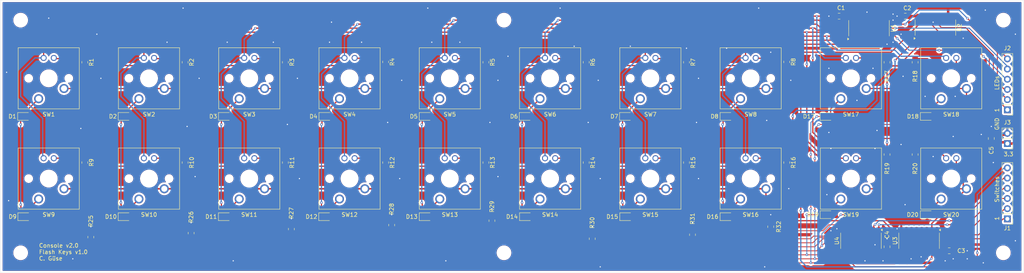
<source format=kicad_pcb>
(kicad_pcb (version 20240108) (generator "pcbnew") (generator_version "8.0")
  (layers (0 "F.Cu" signal) (31 "B.Cu" signal) (34 "B.Paste" user) (35 "F.Paste" user) (36 "B.SilkS" user "B.Silkscreen") (37 "F.SilkS" user "F.Silkscreen") (38 "B.Mask" user) (39 "F.Mask" user) (44 "Edge.Cuts" user))
  (net 0 "")
  (net 1 "+3.3V")
  (net 2 "GND")
  (net 3 "Net-(D1-A)")
  (net 4 "/Matrix/SW_C0")
  (net 5 "/Matrix/SW_C1")
  (net 6 "/Matrix/SW_C2")
  (net 7 "/Matrix/SW_C3")
  (net 8 "/Matrix/SW_C4")
  (net 9 "/Matrix/SW_C5")
  (net 10 "/Matrix/SW_C6")
  (net 11 "/Matrix/SW_C7")
  (net 12 "/SW_R_RCLK")
  (net 13 "/SW_C_SER")
  (net 14 "/SW_R_SER")
  (net 15 "/SW_R_SRCLK")
  (net 16 "/SW_C_nPL")
  (net 17 "/SW_C_CLK")
  (net 18 "/LED_R_SER")
  (net 19 "/LED_R_SRCLK")
  (net 20 "/LED_C_SER")
  (net 21 "/LED_C_RCLK")
  (net 22 "/LED_C_SRCLK")
  (net 23 "/LED_R_RCLK")
  (net 24 "Net-(R1-Pad1)")
  (net 25 "/Matrix/LED_R0")
  (net 26 "/Matrix/LED_R1")
  (net 27 "/Matrix/LED_R2")
  (net 28 "/Matrix/SW_R0")
  (net 29 "/Matrix/LED_C0")
  (net 30 "/Matrix/SW_R1")
  (net 31 "/Matrix/SW_R2")
  (net 32 "/Matrix/LED_C1")
  (net 33 "/Matrix/LED_C2")
  (net 34 "/Matrix/LED_C3")
  (net 35 "/Matrix/LED_C4")
  (net 36 "/Matrix/LED_C5")
  (net 37 "/Matrix/LED_C6")
  (net 38 "/Matrix/LED_C7")
  (net 54 "Net-(D2-A)")
  (net 55 "Net-(D3-A)")
  (net 56 "Net-(D4-A)")
  (net 57 "Net-(D5-A)")
  (net 58 "Net-(D6-A)")
  (net 59 "Net-(D7-A)")
  (net 60 "Net-(D8-A)")
  (net 61 "Net-(D9-A)")
  (net 62 "Net-(D10-A)")
  (net 63 "Net-(D11-A)")
  (net 64 "Net-(D12-A)")
  (net 65 "Net-(D13-A)")
  (net 66 "Net-(D14-A)")
  (net 67 "Net-(D15-A)")
  (net 68 "Net-(D16-A)")
  (net 69 "Net-(D17-A)")
  (net 70 "Net-(D18-A)")
  (net 71 "Net-(D19-A)")
  (net 72 "Net-(D20-A)")
  (net 73 "Net-(R2-Pad1)")
  (net 74 "Net-(R3-Pad1)")
  (net 75 "Net-(R4-Pad1)")
  (net 76 "Net-(R5-Pad1)")
  (net 77 "Net-(R6-Pad1)")
  (net 78 "Net-(R7-Pad1)")
  (net 79 "Net-(R8-Pad1)")
  (net 80 "Net-(R9-Pad1)")
  (net 81 "Net-(R10-Pad1)")
  (net 82 "Net-(R11-Pad1)")
  (net 83 "Net-(R12-Pad1)")
  (net 84 "Net-(R13-Pad1)")
  (net 85 "Net-(R14-Pad1)")
  (net 86 "Net-(R15-Pad1)")
  (net 87 "Net-(R16-Pad1)")
  (net 88 "Net-(R17-Pad1)")
  (net 89 "Net-(R18-Pad1)")
  (net 90 "Net-(R19-Pad1)")
  (net 91 "Net-(R20-Pad1)")
  (footprint "Diode_SMD:D_0805_2012Metric" (layer "F.Cu") (at 101 136)
    (property "Reference" "D12")
    (property "Value" "D")
  )
  (footprint "Resistor_SMD:R_0805_2012Metric" (layer "F.Cu") (at 241 120.5 90)
    (property "Reference" "R19")
    (property "Value" "62")
  )
  (footprint "MountingHole:MountingHole_3.2mm_M3" (layer "F.Cu") (at 25 87)
    (property "Reference" "H1" (hide yes))
    (property "Value" "MountingHole")
  )
  (footprint "Console:Cherry MX" (layer "F.Cu") (at 57 101.5 180)
    (property "Reference" "SW2")
    (property "Value" "~")
  )
  (footprint "Console:Cherry MX" (layer "F.Cu") (at 232 126.5 180)
    (property "Reference" "SW19")
    (property "Value" "~")
  )
  (footprint "Diode_SMD:D_0805_2012Metric" (layer "F.Cu") (at 126.0625 136)
    (property "Reference" "D13")
    (property "Value" "D")
  )
  (footprint "Connector_PinHeader_2.54mm:PinHeader_1x06_P2.54mm_Vertical" (layer "F.Cu") (at 271 109.35 180)
    (property "Reference" "J2")
    (property "Value" "LEDs")
  )
  (footprint "Resistor_SMD:R_0805_2012Metric" (layer "F.Cu") (at 92.5 139.0875 -90)
    (property "Reference" "R27")
    (property "Value" "10k")
  )
  (footprint "Resistor_SMD:R_0805_2012Metric" (layer "F.Cu") (at 191 97.5 -90)
    (property "Reference" "R7")
    (property "Value" "62")
  )
  (footprint "MountingHole:MountingHole_3.2mm_M3" (layer "F.Cu") (at 25 145)
    (property "Reference" "H4" (hide yes))
    (property "Value" "MountingHole")
  )
  (footprint "Capacitor_SMD:C_0805_2012Metric" (layer "F.Cu") (at 267 116.5 90)
    (property "Reference" "C5")
    (property "Value" "4.7u")
  )
  (footprint "Console:Cherry MX" (layer "F.Cu") (at 82 126.5 180)
    (property "Reference" "SW11")
    (property "Value" "~")
  )
  (footprint "Resistor_SMD:R_0805_2012Metric" (layer "F.Cu") (at 41 97.5 -90)
    (property "Reference" "R1")
    (property "Value" "62")
  )
  (footprint "Console:Cherry MX" (layer "F.Cu") (at 182 101.5 180)
    (property "Reference" "SW7")
    (property "Value" "~")
  )
  (footprint "Console:Cherry MX" (layer "F.Cu") (at 207 126.5 180)
    (property "Reference" "SW16")
    (property "Value" "~")
  )
  (footprint "Diode_SMD:D_0805_2012Metric" (layer "F.Cu") (at 51 136)
    (property "Reference" "D10")
    (property "Value" "D")
  )
  (footprint "Resistor_SMD:R_0805_2012Metric" (layer "F.Cu") (at 216 97.4125 -90)
    (property "Reference" "R8")
    (property "Value" "62")
  )
  (footprint "Connector_PinHeader_2.54mm:PinHeader_1x02_P2.54mm_Vertical" (layer "F.Cu") (at 271 117.775 180)
    (property "Reference" "J3")
    (property "Value" "Power")
  )
  (footprint "Resistor_SMD:R_0805_2012Metric" (layer "F.Cu") (at 116 122.5 -90)
    (property "Reference" "R12")
    (property "Value" "62")
  )
  (footprint "MountingHole:MountingHole_3.2mm_M3" (layer "F.Cu") (at 145.5 145)
    (property "Reference" "H5" (hide yes))
    (property "Value" "MountingHole")
  )
  (footprint "Package_SO:SO-16_3.9x9.9mm_P1.27mm" (layer "F.Cu") (at 234.5 142 -90)
    (property "Reference" "U4")
    (property "Value" "74HC165")
  )
  (footprint "Diode_SMD:D_0805_2012Metric" (layer "F.Cu") (at 51 111)
    (property "Reference" "D2")
    (property "Value" "D")
  )
  (footprint "MountingHole:MountingHole_3.2mm_M3" (layer "F.Cu") (at 145.5 87)
    (property "Reference" "H2" (hide yes))
    (property "Value" "MountingHole")
  )
  (footprint "Resistor_SMD:R_0805_2012Metric" (layer "F.Cu") (at 42.5 141.0875 -90)
    (property "Reference" "R25")
    (property "Value" "10k")
  )
  (footprint "Diode_SMD:D_0805_2012Metric" (layer "F.Cu") (at 176 111)
    (property "Reference" "D7")
    (property "Value" "D")
  )
  (footprint "Console:Cherry MX" (layer "F.Cu") (at 107 101.5 180)
    (property "Reference" "SW4")
    (property "Value" "~")
  )
  (footprint "Diode_SMD:D_0805_2012Metric" (layer "F.Cu") (at 201.0625 136)
    (property "Reference" "D16")
    (property "Value" "D")
  )
  (footprint "Console:Cherry MX" (layer "F.Cu") (at 157 101.5 180)
    (property "Reference" "SW6")
    (property "Value" "~")
  )
  (footprint "Console:Cherry MX" (layer "F.Cu") (at 207 101.5 180)
    (property "Reference" "SW8")
    (property "Value" "~")
  )
  (footprint "Resistor_SMD:R_0805_2012Metric" (layer "F.Cu") (at 241 97.5 -90)
    (property "Reference" "R17")
    (property "Value" "62")
  )
  (footprint "Capacitor_SMD:C_0805_2012Metric" (layer "F.Cu") (at 245.55 86 180)
    (property "Reference" "C2")
    (property "Value" "100n")
  )
  (footprint "Console:Cherry MX" (layer "F.Cu") (at 57 126.5 180)
    (property "Reference" "SW10")
    (property "Value" "~")
  )
  (footprint "Console:Cherry MX" (layer "F.Cu") (at 232 101.5 180)
    (property "Reference" "SW17")
    (property "Value" "~")
  )
  (footprint "Resistor_SMD:R_0805_2012Metric" (layer "F.Cu") (at 141 122.5 -90)
    (property "Reference" "R13")
    (property "Value" "62")
  )
  (footprint "Resistor_SMD:R_0805_2012Metric" (layer "F.Cu") (at 212 138.5 -90)
    (property "Reference" "R32")
    (property "Value" "10k")
  )
  (footprint "Diode_SMD:D_0805_2012Metric" (layer "F.Cu") (at 251 111)
    (property "Reference" "D18")
    (property "Value" "D")
  )
  (footprint "Package_SO:SO-16_3.9x9.9mm_P1.27mm" (layer "F.Cu") (at 253.054999 88.85 90)
    (property "Reference" "U2")
    (property "Value" "74HC595")
  )
  (footprint "Console:Cherry MX" (layer "F.Cu") (at 132 101.5 180)
    (property "Reference" "SW5")
    (property "Value" "~")
  )
  (footprint "Diode_SMD:D_0805_2012Metric" (layer "F.Cu") (at 26 136)
    (property "Reference" "D9")
    (property "Value" "D")
  )
  (footprint "MountingHole:MountingHole_3.2mm_M3" (layer "F.Cu") (at 270 87)
    (property "Reference" "H3" (hide yes))
    (property "Value" "MountingHole")
  )
  (footprint "Resistor_SMD:R_0805_2012Metric" (layer "F.Cu") (at 141 97.5 -90)
    (property "Reference" "R5")
    (property "Value" "62")
  )
  (footprint "Resistor_SMD:R_0805_2012Metric" (layer "F.Cu") (at 67.5 140.0875 -90)
    (property "Reference" "R26")
    (property "Value" "10k")
  )
  (footprint "Resistor_SMD:R_0805_2012Metric" (layer "F.Cu") (at 191 122.5 -90)
    (property "Reference" "R15")
    (property "Value" "62")
  )
  (footprint "Resistor_SMD:R_0805_2012Metric" (layer "F.Cu") (at 66 122.5 -90)
    (property "Reference" "R10")
    (property "Value" "62")
  )
  (footprint "Console:Cherry MX" (layer "F.Cu") (at 182 126.5 180)
    (property "Reference" "SW15")
    (property "Value" "~")
  )
  (footprint "Console:Cherry MX" (layer "F.Cu") (at 157 126.5 180)
    (property "Reference" "SW14")
    (property "Value" "~")
  )
  (footprint "Diode_SMD:D_0805_2012Metric" (layer "F.Cu") (at 226 111)
    (property "Reference" "D17")
    (property "Value" "D")
  )
  (footprint "Diode_SMD:D_0805_2012Metric" (layer "F.Cu") (at 101.0625 111)
    (property "Reference" "D4")
    (property "Value" "D")
  )
  (footprint "Package_SO:SO-16_3.9x9.9mm_P1.27mm" (layer "F.Cu") (at 249 142 -90)
    (property "Reference" "U3")
    (property "Value" "74HC595")
  )
  (footprint "Resistor_SMD:R_0805_2012Metric" (layer "F.Cu") (at 167.5 141.5 -90)
    (property "Reference" "R30")
    (property "Value" "10k")
  )
  (footprint "MountingHole:MountingHole_3.2mm_M3" (layer "F.Cu") (at 270 145)
    (property "Reference" "H6" (hide yes))
    (property "Value" "MountingHole")
  )
  (footprint "Console:Cherry MX" (layer "F.Cu") (at 107 126.5 180)
    (property "Reference" "SW12")
    (property "Value" "~")
  )
  (footprint "Resistor_SMD:R_0805_2012Metric" (layer "F.Cu") (at 117.5 138.0875 -90)
    (property "Reference" "R28")
    (property "Value" "10k")
  )
  (footprint "Resistor_SMD:R_0805_2012Metric" (layer "F.Cu") (at 192.5 140.5 -90)
    (property "Reference" "R31")
    (property "Value" "10k")
  )
  (footprint "Diode_SMD:D_0805_2012Metric" (layer "F.Cu") (at 76 136)
    (property "Reference" "D11")
    (property "Value" "D")
  )
  (footprint "Console:Cherry MX" (layer "F.Cu") (at 132 126.5 180)
    (property "Reference" "SW13")
    (property "Value" "~")
  )
  (footprint "Capacitor_SMD:C_0805_2012Metric" (layer "F.Cu") (at 256.5 144.5)
    (property "Reference" "C3")
    (property "Value" "100n")
  )
  (footprint "Console:Cherry MX" (layer "F.Cu") (at 32 101.5 180)
    (property "Reference" "SW1")
    (property "Value" "~")
  )
  (footprint "Resistor_SMD:R_0805_2012Metric" (layer "F.Cu") (at 91 122.5 -90)
    (property "Reference" "R11")
    (property "Value" "62")
  )
  (footprint "Console:Cherry MX" (layer "F.Cu") (at 32 126.5 180)
    (property "Reference" "SW9")
    (property "Value" "~")
  )
  (footprint "Resistor_SMD:R_0805_2012Metric" (layer "F.Cu") (at 142.5 137 -90)
    (property "Reference" "R29")
    (property "Value" "10k")
  )
  (footprint "Package_SO:SO-16_3.9x9.9mm_P1.27mm" (layer "F.Cu") (at 236.5 89 90)
    (property "Reference" "U1")
    (property "Value" "74HC595")
  )
  (footprint "Diode_SMD:D_0805_2012Metric" (layer "F.Cu") (at 151.0625 136)
    (property "Reference" "D14")
    (property "Value" "D")
  )
  (footprint "Resistor_SMD:R_0805_2012Metric" (layer "F.Cu") (at 166 122.5 -90)
    (property "Reference" "R14")
    (property "Value" "62")
  )
  (footprint "Resistor_SMD:R_0805_2012Metric" (layer "F.Cu") (at 216 122.5 -90)
    (property "Reference" "R16")
    (property "Value" "62")
  )
  (footprint "Resistor_SMD:R_0805_2012Metric" (layer "F.Cu") (at 166 97.5 -90)
    (property "Reference" "R6")
    (property "Value" "62")
  )
  (footprint "Diode_SMD:D_0805_2012Metric" (layer "F.Cu") (at 251 135.5)
    (property "Reference" "D20")
    (property "Value" "D")
  )
  (footprint "Resistor_SMD:R_0805_2012Metric" (layer "F.Cu") (at 91 97.5 -90)
    (property "Reference" "R3")
    (property "Value" "62")
  )
  (footprint "Console:Cherry MX" (layer "F.Cu") (at 257 101.5 180)
    (property "Reference" "SW18")
    (property "Value" "~")
  )
  (footprint "Diode_SMD:D_0805_2012Metric" (layer "F.Cu") (at 25.9375 111)
    (property "Reference" "D1")
    (property "Value" "D")
  )
  (footprint "Connector_PinHeader_2.54mm:PinHeader_1x06_P2.54mm_Vertical" (layer "F.Cu") (at 271 136.54 180)
    (property "Reference" "J1")
    (property "Value" "Switches")
  )
  (footprint "Diode_SMD:D_0805_2012Metric" (layer "F.Cu") (at 151 111)
    (property "Reference" "D6")
    (property "Value" "D")
  )
  (footprint "Console:Cherry MX" (layer "F.Cu") (at 257 126.5 180)
    (property "Reference" "SW20")
    (property "Value" "~")
  )
  (footprint "Resistor_SMD:R_0805_2012Metric" (layer "F.Cu") (at 41 122.5 -90)
    (property "Reference" "R9")
    (property "Value" "62")
  )
  (footprint "Resistor_SMD:R_0805_2012Metric" (layer "F.Cu") (at 116 97.4125 -90)
    (property "Reference" "R4")
    (property "Value" "62")
  )
  (footprint "Resistor_SMD:R_0805_2012Metric" (layer "F.Cu") (at 66 97.5 -90)
    (property "Reference" "R2")
    (property "Value" "62")
  )
  (footprint "Capacitor_SMD:C_0805_2012Metric" (layer "F.Cu") (at 229.05 86 180)
    (property "Reference" "C1")
    (property "Value" "100n")
  )
  (footprint "Diode_SMD:D_0805_2012Metric" (layer "F.Cu") (at 226 135.5)
    (property "Reference" "D19")
    (property "Value" "D")
  )
  (footprint "Console:Cherry MX" (layer "F.Cu") (at 82 101.5 180)
    (property "Reference" "SW3")
    (property "Value" "~")
  )
  (footprint "Diode_SMD:D_0805_2012Metric" (layer "F.Cu") (at 76 111)
    (property "Reference" "D3")
    (property "Value" "D")
  )
  (footprint "Diode_SMD:D_0805_2012Metric" (layer "F.Cu") (at 176.0625 136)
    (property "Reference" "D15")
    (property "Value" "D")
  )
  (footprint "Resistor_SMD:R_0805_2012Metric" (layer "F.Cu") (at 248 120.5 90)
    (property "Reference" "R20")
    (property "Value" "62")
  )
  (footprint "Diode_SMD:D_0805_2012Metric" (layer "F.Cu") (at 126.0625 111)
    (property "Reference" "D5")
    (property "Value" "D")
  )
  (footprint "Capacitor_SMD:C_0805_2012Metric" (layer "F.Cu") (at 241 143.5 90)
    (property "Reference" "C4")
    (property "Value" "100n")
  )
  (footprint "Diode_SMD:D_0805_2012Metric" (layer "F.Cu") (at 201.0625 111)
    (property "Reference" "D8")
    (property "Value" "D")
  )
  (footprint "Resistor_SMD:R_0805_2012Metric" (layer "F.Cu") (at 248 97.5 -90)
    (property "Reference" "R18")
    (property "Value" "62")
  )
  (gr_line (start 275 150) (end 275 82) (stroke (width 0.05)) (layer "Edge.Cuts"))
  (gr_line (start 275 82) (end 20 82) (stroke (width 0.05)) (layer "Edge.Cuts"))
  (gr_line (start 20 82) (end 20 150) (stroke (width 0.05)) (layer "Edge.Cuts"))
  (gr_line (start 20 150) (end 275 150) (stroke (width 0.05)) (layer "Edge.Cuts"))
  (gr_text "1" (at 269 110 90) (layer "F.SilkS") (effects (font (size 1 1)) (justify left bottom)))
  (gr_text "Console v2.0\nFlash Keys v1.0\nC. Güse" (at 29.5 147 0) (layer "F.SilkS") (effects (font (size 1 1)) (justify left bottom)))
  (gr_text "LEDs" (at 269 104.5 90) (layer "F.SilkS") (effects (font (size 1 1)) (justify left bottom)))
  (gr_text "3.3" (at 270 121 0) (layer "F.SilkS") (effects (font (size 1 1)) (justify left bottom)))
  (gr_text "1" (at 269 137 90) (layer "F.SilkS") (effects (font (size 1 1)) (justify left bottom)))
  (gr_text "Switches" (at 269 132.5 90) (layer "F.SilkS") (effects (font (size 1 1)) (justify left bottom)))
  (gr_text "GND" (at 269 114.5 90) (layer "F.SilkS") (effects (font (size 1 1)) (justify left bottom)))
  (segment (start 246 147.5) (end 252.55 147.5) (width 0.635) (layer "F.Cu") (net 1))
  (segment (start 239.675 86.425) (end 239.675 84.175) (width 0.635) (layer "F.Cu") (net 1))
  (segment (start 245.825 147.325) (end 246 147.5) (width 0.635) (layer "F.Cu") (net 1))
  (segment (start 240.875 144.575) (end 241 144.45) (width 0.635) (layer "F.Cu") (net 1))
  (segment (start 265.56 142.94) (end 268 140.5) (width 0.635) (layer "F.Cu") (net 1))
  (segment (start 238.945 144.575) (end 240.875 144.575) (width 0.635) (layer "F.Cu") (net 1))
  (segment (start 268.5 92) (end 260.5 84) (width 0.635) (layer "F.Cu") (net 1))
  (segment (start 241 144.45) (end 244.05 147.5) (width 0.635) (layer "F.Cu") (net 1))
  (segment (start 273 117.5) (end 273 94) (width 0.635) (layer "F.Cu") (net 1))
  (segment (start 257.11 142.94) (end 265.56 142.94) (width 0.635) (layer "F.Cu") (net 1))
  (segment (start 244.05 147.5) (end 246 147.5) (width 0.635) (layer "F.Cu") (net 1))
  (segment (start 232 84) (end 230 86) (width 0.635) (layer "F.Cu") (net 1))
  (segment (start 246.5 84) (end 245.5 84) (width 0.635) (layer "F.Cu") (net 1))
  (segment (start 272 140.5) (end 273 139.5) (width 0.635) (layer "F.Cu") (net 1))
  (segment (start 272.725 117.775) (end 273 117.5) (width 0.635) (layer "F.Cu") (net 1))
  (segment (start 255.55 144.5) (end 257.11 142.94) (width 0.635) (layer "F.Cu") (net 1))
  (segment (start 246.5 86) (end 248.334999 86) (width 0.635) (layer "F.Cu") (net 1))
  (segment (start 268 140.5) (end 272 140.5) (width 0.635) (layer "F.Cu") (net 1))
  (segment (start 256.229999 84) (end 245.5 84) (width 0.635) (layer "F.Cu") (net 1))
  (segment (start 260.5 84) (end 256.229999 84) (width 0.635) (layer "F.Cu") (net 1))
  (segment (start 229.945 86.125) (end 231.755 86.125) (width 0.635) (layer "F.Cu") (net 1))
  (segment (start 267 117.45) (end 270.675 117.45) (width 0.635) (layer "F.Cu") (net 1))
  (segment (start 248.334999 86) (end 248.609999 86.275) (width 0.635) (layer "F.Cu") (net 1))
  (segment (start 273 94) (end 271 92) (width 0.635) (layer "F.Cu") (net 1))
  (segment (start 239.675 84.175) (end 239.5 84) (width 0.635) (layer "F.Cu") (net 1))
  (segment (start 239.5 84) (end 232 84) (width 0.635) (layer "F.Cu") (net 1))
  (segment (start 273 139.5) (end 273 117.5) (width 0.635) (layer "F.Cu") (net 1))
  (segment (start 256.229999 86.275) (end 256.229999 84) (width 0.635) (layer "F.Cu") (net 1))
  (segment (start 245.5 84) (end 239.5 84) (width 0.635) (layer "F.Cu") (net 1))
  (segment (start 270.675 117.45) (end 271 117.775) (width 0.635) (layer "F.Cu") (net 1))
  (segment (start 246.5 86) (end 246.5 84) (width 0.635) (layer "F.Cu") (net 1))
  (segment (start 245.825 144.575) (end 245.825 147.325) (width 0.635) (layer "F.Cu") (net 1))
  (segment (start 252.55 147.5) (end 255.55 144.5) (width 0.635) (layer "F.Cu") (net 1))
  (segment (start 231.755 86.125) (end 232.055 86.425) (width 0.635) (layer "F.Cu") (net 1))
  (segment (start 255.55 144.5) (end 253.52 144.5) (width 0.635) (layer "F.Cu") (net 1))
  (segment (start 271 92) (end 268.5 92) (width 0.635) (layer "F.Cu") (net 1))
  (segment (start 271 117.775) (end 272.725 117.775) (width 0.635) (layer "F.Cu") (net 1))
  (segment (start 236 85) (end 235.865 85.135) (width 0.635) (layer "F.Cu") (net 2))
  (segment (start 252.419999 87.419999) (end 252.5 87.5) (width 0.254) (layer "F.Cu") (net 2))
  (segment (start 270.685 115.55) (end 271 115.235) (width 0.635) (layer "F.Cu") (net 2))
  (segment (start 240.945 92.945) (end 241 93) (width 0.635) (layer "F.Cu") (net 2))
  (segment (start 240.945 91.575) (end 240.945 92.945) (width 0.635) (layer "F.Cu") (net 2))
  (segment (start 244.555 139.425) (end 244.13 139) (width 0.635) (layer "F.Cu") (net 2))
  (segment (start 192.5 139.5875) (end 192.5 137.5) (width 0.3) (layer "F.Cu") (net 2))
  (segment (start 228.1 86) (end 226.5 86) (width 0.635) (layer "F.Cu") (net 2))
  (segment (start 252.419999 86.275) (end 252.419999 87.419999) (width 0.254) (layer "F.Cu") (net 2))
  (segment (start 235.865 86.425) (end 235.865 85.135) (width 0.635) (layer "F.Cu") (net 2))
  (segment (start 244.6 86) (end 243.5 86) (width 0.635) (layer "F.Cu") (net 2))
  (segment (start 92.5 138.175) (end 92.5 136.5) (width 0.3) (layer "F.Cu") (net 2))
  (segment (start 142.5 134) (end 142.5 136.0875) (width 0.3) (layer "F.Cu") (net 2))
  (segment (start 67.5 139.175) (end 67.5 137.5) (width 0.3) (layer "F.Cu") (net 2))
  (segment (start 241 142.55) (end 241 141.5) (width 0.635) (layer "F.Cu") (net 2))
  (segment (start 237.675 144.575) (end 237.675 143.325) (width 0.508) (layer "F.Cu") (net 2))
  (segment (start 117.5 137.175) (end 117.5 135.5) (width 0.3) (layer "F.Cu") (net 2))
  (segment (start 42.5 140.175) (end 42.5 138.5) (width 0.3) (layer "F.Cu") (net 2))
  (segment (start 212 137.5875) (end 212 135.5) (width 0.3) (layer "F.Cu") (net 2))
  (segment (start 244.13 139) (end 243.5 139) (width 0.635) (layer "F.Cu") (net 2))
  (segment (start 249.635 145.865) (end 249.5 146) (width 0.254) (layer "F.Cu") (net 2))
  (segment (start 237.675 143.325) (end 238 143) (width 0.508) (layer "F.Cu") (net 2))
  (segment (start 229.63 139) (end 230.055 139.425) (width 0.635) (layer "F.Cu") (net 2))
  (segment (start 267 115.55) (end 270.685 115.55) (width 0.635) (layer "F.Cu") (net 2))
  (segment (start 228.5 139) (end 229.63 139) (width 0.635) (layer "F.Cu") (net 2))
  (segment (start 167.5 140.5875) (end 167.5 138.5) (width 0.3) (layer "F.Cu") (net 2))
  (segment (start 249.635 144.575) (end 249.635 145.865) (width 0.254) (layer "F.Cu") (net 2))
  (via (at 167.5 138.5) (size 0.6) (drill 0.3) (layers "F.Cu" "B.Cu") (net 2))
  (via (at 65.5 84) (size 0.6) (drill 0.3) (layers "F.Cu" "B.Cu") (net 2))
  (via (at 244.5 90.5) (size 0.6) (drill 0.3) (layers "F.Cu" "B.Cu") (net 2))
  (via (at 240 147) (size 0.6) (drill 0.3) (layers "F.Cu" "B.Cu") (net 2))
  (via (at 44 90.5) (size 0.6) (drill 0.3) (layers "F.Cu" "B.Cu") (net 2))
  (via (at 235.5 147) (size 0.6) (drill 0.3) (layers "F.Cu" "B.Cu") (net 2))
  (via (at 120 102) (size 0.6) (drill 0.3) (layers "F.Cu" "B.Cu") (net 2))
  (via (at 244.5 118) (size 0.6) (drill 0.3) (layers "F.Cu" "B.Cu") (net 2))
  (via (at 78 147) (size 0.6) (drill 0.3) (layers "F.Cu" "B.Cu") (net 2))
  (via (at 252.5 121) (size 0.6) (drill 0.3) (layers "F.Cu" "B.Cu") (net 2))
  (via (at 91.5 113) (size 0.6) (drill 0.3) (layers "F.Cu" "B.Cu") (net 2))
  (via (at 236 85) (size 0.6) (drill 0.3) (layers "F.Cu" "B.Cu") (net 2))
  (via (at 21.5 100) (size 0.6) (drill 0.3) (layers "F.Cu" "B.Cu") (net 2))
  (via (at 134.5 92.5) (size 0.6) (drill 0.3) (layers "F.Cu" "B.Cu") (net 2))
  (via (at 110 92.5) (size 0.6) (drill 0.3) (layers "F.Cu" "B.Cu") (net 2))
  (via (at 250.5 106) (size 0.6) (drill 0.3) (layers "F.Cu" "B.Cu") (net 2))
  (via (at 210.5 148.5) (size 0.6) (drill 0.3) (layers "F.Cu" "B.Cu") (net 2))
  (via (at 237.5 99) (size 0.6) (drill 0.3) (layers "F.Cu" "B.Cu") (net 2))
  (via (at 40 114) (size 0.6) (drill 0.3) (layers "F.Cu" "B.Cu") (net 2))
  (via (at 238 119) (size 0.6) (drill 0.3) (layers "F.Cu" "B.Cu") (net 2))
  (via (at 94.5 126.5) (size 0.6) (drill 0.3) (layers "F.Cu" "B.Cu") (net 2))
  (via (at 169 102) (size 0.6) (drill 0.3) (layers "F.Cu" "B.Cu") (net 2))
  (via (at 66.5 113.5) (size 0.6) (drill 0.3) (layers "F.Cu" "B.Cu") (net 2))
  (via (at 201 94) (size 0.6) (drill 0.3) (layers "F.Cu" "B.Cu") (net 2))
  (via (at 265 147.5) (size 0.6) (drill 0.3) (layers "F.Cu" "B.Cu") (net 2))
  (via (at 38 146.5) (size 0.6) (drill 0.3) (layers "F.Cu" "B.Cu") (net 2))
  (via (at 142 112.5) (size 0.6) (drill 0.3) (layers "F.Cu" "B.Cu") (net 2))
  (via (at 258 106) (size 0.6) (drill 0.3) (layers "F.Cu" "B.Cu") (net 2))
  (via (at 257.5 116) (size 0.6) (drill 0.3) (layers "F.Cu" "B.Cu") (net 2))
  (via (at 209 84) (size 0.6) (drill 0.3) (layers "F.Cu" "B.Cu") (net 2))
  (via (at 102 92.5) (size 0.6) (drill 0.3) (layers "F.Cu" "B.Cu") (net 2))
  (via (at 241 93) (size 0.6) (drill 0.3) (layers "F.Cu" "B.Cu") (net 2))
  (via (at 119.5 126.5) (size 0.6) (drill 0.3) (layers "F.Cu" "B.Cu") (net 2))
  (via (at 69.5 101.5) (size 0.6) (drill 0.3) (layers "F.Cu" "B.Cu") (net 2))
  (via (at 126.5 84) (size 0.6) (drill 0.3) (layers "F.Cu" "B.Cu") (net 2))
  (via (at 169.5 126.5) (size 0.6) (drill 0.3) (layers "F.Cu" "B.Cu") (net 2))
  (via (at 32 86.5) (size 0.6) (drill 0.3) (layers "F.Cu" "B.Cu") (net 2))
  (via (at 212 135.5) (size 0.6) (drill 0.3) (layers "F.Cu" "B.Cu") (net 2))
  (via (at 243.5 86) (size 0.6) (drill 0.3) (layers "F.Cu" "B.Cu") (net 2))
  (via (at 226.5 115) (size 0.6) (drill 0.3) (layers "F.Cu" "B.Cu") (net 2))
  (via (at 45 101.5) (size 0.6) (drill 0.3) (layers "F.Cu" "B.Cu") (net 2))
  (via (at 194 126.5) (size 0.6) (drill 0.3) (layers "F.Cu" "B.Cu") (net 2))
  (via (at 67.5 137.5) (size 0.6) (drill 0.3) (layers "F.Cu" "B.Cu") (net 2))
  (via (at 226.5 86) (size 0.6) (drill 0.3) (layers "F.Cu" "B.Cu") (net 2))
  (via (at 226 130.5) (size 0.6) (drill 0.3) (layers "F.Cu" "B.Cu") (net 2))
  (via (at 211 112) (size 0.6) (drill 0.3) (layers "F.Cu" "B.Cu") (net 2))
  (via (at 241 141.5) (size 0.6) (drill 0.3) (layers "F.Cu" "B.Cu") (net 2))
  (via (at 238.5 114.5) (size 0.6) (drill 0.3) (layers "F.Cu" "B.Cu") (net 2))
  (via (at 273 90.5) (size 0.6) (drill 0.3) (layers "F.Cu" "B.Cu") (net 2))
  (via (at 76.5 92.5) (size 0.6) (drill 0.3) (layers "F.Cu" "B.Cu") (net 2))
  (via (at 146.5 96) (size 0.6) (drill 0.3) (layers "F.Cu" "B.Cu") (net 2))
  (via (at 267 113.5) (size 0.6) (drill 0.3) (layers "F.Cu" "B.Cu") (net 2))
  (via (at 166.5 112.5) (size 0.6) (drill 0.3) (layers "F.Cu" "B.Cu") (net 2))
  (via (at 243.5 139) (size 0.6) (drill 0.3) (layers "F.Cu" "B.Cu") (net 2))
  (via (at 265.5 84.5) (size 0.6) (drill 0.3) (layers "F.Cu" "B.Cu") (net 2))
  (via (at 193.5 112.5) (size 0.6) (drill 0.3) (layers "F.Cu" "B.Cu") (net 2))
  (via (at 194 101.5) (size 0.6) (drill 0.3) (layers "F.Cu" "B.Cu") (net 2))
  (via (at 226.5 99) (size 0.6) (drill 0.3) (layers "F.Cu" "B.Cu") (net 2))
  (via (at 177 93.5) (size 0.6) (drill 0.3) (layers "F.Cu" "B.Cu") (net 2))
  (via (at 22 132) (size 0.6) (drill 0.3) (layers "F.Cu" "B.Cu") (net 2))
  (via (at 247 146.5) (size 0.6) (drill 0.3) (layers "F.Cu" "B.Cu") (net 2))
  (via (at 88 92.5) (size 0.6) (drill 0.3) (layers "F.Cu" "B.Cu") (net 2))
  (via (at 192.5 137.5) (size 0.6) (drill 0.3) (layers "F.Cu" "B.Cu") (net 2))
  (via (at 228.5 139) (size 0.6) (drill 0.3) (layers "F.Cu" "B.Cu") (net 2))
  (via (at 227 119) (size 0.6) (drill 0.3) (layers "F.Cu" "B.Cu") (net 2))
  (via (at 117.5 135.5) (size 0.6) (drill 0.3) (layers "F.Cu" "B.Cu") (net 2))
  (via (at 131 147) (size 0.6) (drill 0.3) (layers "F.Cu" "B.Cu") (net 2))
  (via (at 68.5 126) (size 0.6) (drill 0.3) (layers "F.Cu" "B.Cu") (net 2))
  (via (at 273 142) (size 0.6) (drill 0.3) (layers "F.Cu" "B.Cu") (net 2))
  (via (at 267.5 122.5) (size 0.6) (drill 0.3) (layers "F.Cu" "B.Cu") (net 2))
  (via (at 159.5 84) (size 0.6) (drill 0.3) (layers "F.Cu" "B.Cu") (net 2))
  (via (at 217 102) (size 0.6) (drill 0.3) (layers "F.Cu" "B.Cu") (net 2))
  (via (at 169.5 148.5) (size 0.6) (drill 0.3) (layers "F.Cu" "B.Cu") (net 2))
  (via (at 42.5 138.5) (size 0.6) (drill 0.3) (layers "F.Cu" "B.Cu") (net 2))
  (via (at 245.5 133) (size 0.6) (drill 0.3) (layers "F.Cu" "B.Cu") (net 2))
  (via (at 252.5 87.5) (size 0.6) (drill 0.3) (layers "F.Cu" "B.Cu") (net 2))
  (via (at 255.5 147) (size 0.6) (drill 0.3) (layers "F.Cu" "B.Cu") (net 2))
  (via (at 243.5 142.5) (size 0.6) (drill 0.3) (layers "F.Cu" "B.Cu") (net 2))
  (via (at 238 143) (size 0.6) (drill 0.3) (layers "F.Cu" "B.Cu") (net 2))
  (via (at 142.5 134) (size 0.6) (drill 0.3) (layers "F.Cu" "B.Cu") (net 2))
  (via (at 233.5 107) (size 0.6) (drill 0.3) (layers "F.Cu" "B.Cu") (net 2))
  (via (at 216.5 129) (size 0.6) (drill 0.3) (layers "F.Cu" "B.Cu") (net 2))
  (via (at 127.5 92.5) (size 0.6) (drill 0.3) (layers "F.Cu" "B.Cu") (net 2))
  (via (at 242.5 92.5) (size 0.6) (drill 0.3) (layers "F.Cu" "B.Cu") (net 2))
  (via (at 245 101) (size 0.6) (drill 0.3) (layers "F.Cu" "B.Cu") (net 2))
  (via (at 92.5 136.5) (size 0.6) (drill 0.3) (layers "F.Cu" "B.Cu") (net 2))
  (via (at 257.5 146.5) (size 0.6) (drill 0.3) (layers "F.Cu" "B.Cu") (net 2))
  (via (at 227 139.5) (size 0.6) (drill 0.3) (layers "F.Cu" "B.Cu") (net 2))
  (via (at 264.5 115.5) (size 0.6) (drill 0.3) (layers "F.Cu" "B.Cu") (net 2))
  (via (at 144 102) (size 0.6) (drill 0.3) (layers "F.Cu" "B.Cu") (net 2))
  (via (at 249.5 146) (size 0.6) (drill 0.3) (layers "F.Cu" "B.Cu") (net 2))
  (via (at 242.5 85.5) (size 0.6) (drill 0.3) (layers "F.Cu" "B.Cu") (net 2))
  (via (at 116.5 112.5) (size 0.6) (drill 0.3) (layers "F.Cu" "B.Cu") (net 2))
  (via (at 261 144.5) (size 0.6) (drill 0.3) (layers "F.Cu" "B.Cu") (net 2))
  (via (at 163 93.5) (size 0.6) (drill 0.3) (layers "F.Cu" "B.Cu") (net 2))
  (via (at 260 91.5) (size 0.6) (drill 0.3) (layers "F.Cu" "B.Cu") (net 2))
  (via (at 102.5 87.5) (size 0.6) (drill 0.3) (layers "F.Cu" "B.Cu") (net 2))
  (via (at 191 94) (size 0.6) (drill 0.3) (layers "F.Cu" "B.Cu") (net 2))
  (via (at 61.5 92.5) (size 0.6) (drill 0.3) (layers "F.Cu" "B.Cu") (net 2))
  (via (at 212 95) (size 0.6) (drill 0.3) (layers "F.Cu" "B.Cu") (net 2))
  (via (at 242.5 87) (size 0.6) (drill 0.3) (layers "F.Cu" "B.Cu") (net 2))
  (via (at 144 126) (size 0.6) (drill 0.3) (layers "F.Cu" "B.Cu") (net 2))
  (via (at 94 101.5) (size 0.6) (drill 0.3) (layers "F.Cu" "B.Cu") (net 2))
  (via (at 261 146.5) (size 0.6) (drill 0.3) (layers "F.Cu" "B.Cu") (net 2))
  (segment (start 29.49 106.58) (end 26.875 109.195) (width 0.3) (layer "F.Cu") (net 3))
  (segment (start 26.875 109.195) (end 26.875 111) (width 0.3) (layer "F.Cu") (net 3))
  (segment (start 229.5 143) (end 231.894999 143) (width 0.2) (layer "F.Cu") (net 4))
  (segment (start 222 147.5) (end 153.5 147.5) (width 0.2) (layer "F.Cu") (net 4))
  (segment (start 25 133) (end 25.0625 133.0625) (width 0.3) (layer "F.Cu") (net 4))
  (segment (start 30 142) (end 25.0625 137.0625) (width 0.2) (layer "F.Cu") (net 4))
  (segment (start 225.0625 111) (end 223.5 111) (width 0.2) (layer "F.Cu") (net 4))
  (segment (start 153.5 147.5) (end 148 142) (width 0.2) (layer "F.Cu") (net 4))
  (segment (start 225 147.5) (end 229.5 143) (width 0.2) (layer "F.Cu") (net 4))
  (segment (start 222 134) (end 222 120.5) (width 0.2) (layer "F.Cu") (net 4))
  (segment (start 148 142) (end 30 142) (width 0.2) (layer "F.Cu") (net 4))
  (segment (start 231.894999 143) (end 232.595 143.700001) (width 0.2) (layer "F.Cu") (net 4))
  (segment (start 232.595 143.700001) (end 232.595 144.575) (width 0.2) (layer "F.Cu") (net 4))
  (segment (start 25 111) (end 25 113) (width 0.3) (layer "F.Cu") (net 4))
  (segment (start 25.0625 137.0625) (end 25.0625 136) (width 0.2) (layer "F.Cu") (net 4))
  (segment (start 25.0625 133.0625) (end 25.0625 136) (width 0.3) (layer "F.Cu") (net 4))
  (segment (start 222 147.5) (end 225 147.5) (width 0.2) (layer "F.Cu") (net 4))
  (via (at 223.5 111) (size 0.6) (drill 0.3) (layers "F.Cu" "B.Cu") (net 4))
  (via (at 222 134) (size 0.6) (drill 0.3) (layers "F.Cu" "B.Cu") (net 4))
  (via (at 222 120.5) (size 0.6) (drill 0.3) (layers "F.Cu" "B.Cu") (net 4))
  (via (at 222 147.5) (size 0.6) (drill 0.3) (layers "F.Cu" "B.Cu") (net 4))
  (via (at 25 113) (size 0.6) (drill 0.3) (layers "F.Cu" "B.Cu") (net 4))
  (via (at 25 133) (size 0.6) (drill 0.3) (layers "F.Cu" "B.Cu") (net 4))
  (segment (start 222 147.5) (end 222 134) (width 0.2) (layer "B.Cu") (net 4))
  (segment (start 222 120.5) (end 222 112.5) (width 0.2) (layer "B.Cu") (net 4))
  (segment (start 25 113) (end 25 133) (width 0.3) (layer "B.Cu") (net 4))
  (segment (start 222 112.5) (end 223.5 111) (width 0.2) (layer "B.Cu") (net 4))
  (segment (start 154 146.5) (end 148.5 141) (width 0.2) (layer "F.Cu") (net 5))
  (segment (start 228.5 142.5) (end 224.5 146.5) (width 0.2) (layer "F.Cu") (net 5))
  (segment (start 224.5 146.5) (end 223 146.5) (width 0.2) (layer "F.Cu") (net 5))
  (segment (start 232.664999 142.5) (end 228.5 142.5) (width 0.2) (layer "F.Cu") (net 5))
  (segment (start 50.0625 137.5625) (end 50.0625 136) (width 0.2) (layer "F.Cu") (net 5))
  (segment (start 223 146.5) (end 154 146.5) (width 0.2) (layer "F.Cu") (net 5))
  (segment (start 223 134.5) (end 223 121.5) (width 0.2) (layer "F.Cu") (net 5))
  (segment (start 50.0625 112.9375) (end 50 113) (width 0.3) (layer "F.Cu") (net 5))
  (segment (start 250.0625 111) (end 248.0625 113) (width 0.2) (layer "F.Cu") (net 5))
  (segment (start 148.5 141) (end 53.5 141) (width 0.2) (layer "F.Cu") (net 5))
  (segment (start 233.865 143.700001) (end 232.664999 142.5) (width 0.2) (layer "F.Cu") (net 5))
  (segment (start 233.865 144.575) (end 233.865 143.700001) (width 0.2) (layer "F.Cu") (net 5))
  (segment (start 50.0625 111) (end 50.0625 112.9375) (width 0.3) (layer "F.Cu") (net 5))
  (segment (start 50 133) (end 50.0625 133.0625) (width 0.3) (layer "F.Cu") (net 5))
  (segment (start 50.0625 133.0625) (end 50.0625 136) (width 0.3) (layer "F.Cu") (net 5))
  (segment (start 53.5 141) (end 50.0625 137.5625) (width 0.2) (layer "F.Cu") (net 5))
  (segment (start 248.0625 113) (end 224 113) (width 0.2) (layer "F.Cu") (net 5))
  (segment (start 50 132.5) (end 50 133) (width 0.3) (layer "F.Cu") (net 5))
  (via (at 223 146.5) (size 0.6) (drill 0.3) (layers "F.Cu" "B.Cu") (net 5))
  (via (at 223 134.5) (size 0.6) (drill 0.3) (layers "F.Cu" "B.Cu") (net 5))
  (via (at 50 132.5) (size 0.6) (drill 0.3) (layers "F.Cu" "B.Cu") (net 5))
  (via (at 50 113) (size 0.6) (drill 0.3) (layers "F.Cu" "B.Cu") (net 5))
  (via (at 224 113) (size 0.6) (drill 0.3) (layers "F.Cu" "B.Cu") (net 5))
  (via (at 223 121.5) (size 0.6) (drill 0.3) (layers "F.Cu" "B.Cu") (net 5))
  (segment (start 224 113) (end 223 114) (width 0.2) (layer "B.Cu") (net 5))
  (segment (start 223 121.5) (end 223 114) (width 0.2) (layer "B.Cu") (net 5))
  (segment (start 223 146.5) (end 223 134.5) (width 0.2) (layer "B.Cu") (net 5))
  (segment (start 50 113) (end 50 132.5) (width 0.3) (layer "B.Cu") (net 5))
  (segment (start 149 140) (end 77 140) (width 0.2) (layer "F.Cu") (net 6))
  (segment (start 233.607999 142.173) (end 227.327 142.173) (width 0.2) (layer "F.Cu") (net 6))
  (segment (start 235.135 144.575) (end 235.135 143.700001) (width 0.2) (layer "F.Cu") (net 6))
  (segment (start 224 145.5) (end 221 145.5) (width 0.2) (layer "F.Cu") (net 6))
  (segment (start 225.0625 135.5) (end 221 135.5) (width 0.2) (layer "F.Cu") (net 6))
  (segment (start 221 145.5) (end 154.5 145.5) (width 0.2) (layer "F.Cu") (net 6))
  (segment (start 75.0625 132.5625) (end 75.0625 136) (width 0.3) (layer "F.Cu") (net 6))
  (segment (start 235.135 143.700001) (end 233.607999 142.173) (width 0.2) (layer "F.Cu") (net 6))
  (segment (start 75 132.5) (end 75.0625 132.5625) (width 0.3) (layer "F.Cu") (net 6))
  (segment (start 154.5 145.5) (end 149 140) (width 0.2) (layer "F.Cu") (net 6))
  (segment (start 77 140) (end 75.0625 138.0625) (width 0.2) (layer "F.Cu") (net 6))
  (segment (start 227.327 142.173) (end 224 145.5) (width 0.2) (layer "F.Cu") (net 6))
  (segment (start 75.0625 138.0625) (end 75.0625 136) (width 0.2) (layer "F.Cu") (net 6))
  (segment (start 75.0625 111) (end 75.0625 112.9375) (width 0.3) (layer "F.Cu") (net 6))
  (segment (start 75.0625 112.9375) (end 75 113) (width 0.3) (layer "F.Cu") (net 6))
  (via (at 221 135.5) (size 0.6) (drill 0.3) (layers "F.Cu" "B.Cu") (net 6))
  (via (at 75 113) (size 0.6) (drill 0.3) (layers "F.Cu" "B.Cu") (net 6))
  (via (at 221 145.5) (size 0.6) (drill 0.3) (layers "F.Cu" "B.Cu") (net 6))
  (via (at 75 132.5) (size 0.6) (drill 0.3) (layers "F.Cu" "B.Cu") (net 6))
  (segment (start 75 113) (end 75 132.5) (width 0.3) (layer "B.Cu") (net 6))
  (segment (start 221 135.5) (end 221 145.5) (width 0.2) (layer "B.Cu") (net 6))
  (segment (start 155 144.5) (end 149.5 139) (width 0.2) (layer "F.Cu") (net 7))
  (segment (start 100.125 112.875) (end 100 113) (width 0.3) (layer "F.Cu") (net 7))
  (segment (start 250.0625 135.5) (end 229.5 135.5) (width 0.2) (layer "F.Cu") (net 7))
  (segment (start 236.405 144.575) (end 236.405 143.700001) (width 0.2) (layer "F.Cu") (net 7))
  (segment (start 234.550999 141.846) (end 226.154 141.846) (width 0.2) (layer "F.Cu") (net 7))
  (segment (start 100 133.5) (end 100.0625 133.5625) (width 0.3) (layer "F.Cu") (net 7))
  (segment (start 102 139) (end 100.0625 137.0625) (width 0.2) (layer "F.Cu") (net 7))
  (segment (start 236.405 143.700001) (end 234.550999 141.846) (width 0.2) (layer "F.Cu") (net 7))
  (segment (start 100.0625 133.5625) (end 100.0625 136) (width 0.3) (layer "F.Cu") (net 7))
  (segment (start 226.154 141.846) (end 224.75 143.25) (width 0.2) (layer "F.Cu") (net 7))
  (segment (start 100 132.5) (end 100 133.5) (width 0.3) (layer "F.Cu") (net 7))
  (segment (start 100.0625 137.0625) (end 100.0625 136) (width 0.2) (layer "F.Cu") (net 7))
  (segment (start 223.5 144.5) (end 155 144.5) (width 0.2) (layer "F.Cu") (net 7))
  (segment (start 149.5 139) (end 102 139) (width 0.2) (layer "F.Cu") (net 7))
  (segment (start 100.125 111) (end 100.125 112.875) (width 0.3) (layer "F.Cu") (net 7))
  (segment (start 224.75 143.25) (end 223.5 144.5) (width 0.2) (layer "F.Cu") (net 7))
  (via (at 229.5 135.5) (size 0.6) (drill 0.3) (layers "F.Cu" "B.Cu") (net 7))
  (via (at 100 132.5) (size 0.6) (drill 0.3) (layers "F.Cu" "B.Cu") (net 7))
  (via (at 224.75 143.25) (size 0.6) (drill 0.3) (layers "F.Cu" "B.Cu") (net 7))
  (via (at 100 113) (size 0.6) (drill 0.3) (layers "F.Cu" "B.Cu") (net 7))
  (segment (start 100 113) (end 100 132.5) (width 0.3) (layer "B.Cu") (net 7))
  (segment (start 224.75 140.25) (end 224.75 143.25) (width 0.2) (layer "B.Cu") (net 7))
  (segment (start 229.5 135.5) (end 224.75 140.25) (width 0.2) (layer "B.Cu") (net 7))
  (segment (start 225 141.5) (end 223 143.5) (width 0.2) (layer "F.Cu") (net 8))
  (segment (start 125.125 137.125) (end 125.125 136) (width 0.2) (layer "F.Cu") (net 8))
  (segment (start 150 138) (end 126 138) (width 0.2) (layer "F.Cu") (net 8))
  (segment (start 125.125 111) (end 125.125 112.875) (width 0.3) (layer "F.Cu") (net 8))
  (segment (start 236.405 140.299999) (end 235.204999 141.5) (width 0.2) (layer "F.Cu") (net 8))
  (segment (start 125.125 112.875) (end 125 113) (width 0.3) (layer "F.Cu") (net 8))
  (segment (start 125.125 132.625) (end 125.125 136) (width 0.3) (layer "F.Cu") (net 8))
  (segment (start 223 143.5) (end 155.5 143.5) (width 0.2) (layer "F.Cu") (net 8))
  (segment (start 236.405 139.425) (end 236.405 140.299999) (width 0.2) (layer "F.Cu") (net 8))
  (segment (start 235.204999 141.5) (end 225 141.5) (width 0.2) (layer "F.Cu") (net 8))
  (segment (start 126 138) (end 125.125 137.125) (width 0.2) (layer "F.Cu") (net 8))
  (segment (start 125 132.5) (end 125.125 132.625) (width 0.3) (layer "F.Cu") (net 8))
  (segment (start 155.5 143.5) (end 150 138) (width 0.2) (layer "F.Cu") (net 8))
  (via (at 125 132.5) (size 0.6) (drill 0.3) (layers "F.Cu" "B.Cu") (net 8))
  (via (at 125 113) (size 0.6) (drill 0.3) (layers "F.Cu" "B.Cu") (net 8))
  (segment (start 125 113) (end 125 132.5) (width 0.3) (layer "B.Cu") (net 8))
  (segment (start 235.135 139.425) (end 235.135 140.299999) (width 0.2) (layer "F.Cu") (net 9))
  (segment (start 223.827 141.173) (end 222.5 142.5) (width 0.2) (layer "F.Cu") (net 9))
  (segment (start 150.0625 112.9375) (end 150 113) (width 0.3) (layer "F.Cu") (net 9))
  (segment (start 222.5 142.5) (end 156 142.5) (width 0.2) (layer "F.Cu") (net 9))
  (segment (start 234.261999 141.173) (end 223.827 141.173) (width 0.2) (layer "F.Cu") (net 9))
  (segment (start 156 142.5) (end 150.125 136.625) (width 0.2) (layer "F.Cu") (net 9))
  (segment (start 150 133.5) (end 150.125 133.625) (width 0.3) (layer "F.Cu") (net 9))
  (segment (start 235.135 140.299999) (end 234.261999 141.173) (width 0.2) (layer "F.Cu") (net 9))
  (segment (start 150.0625 111) (end 150.0625 112.9375) (width 0.3) (layer "F.Cu") (net 9))
  (segment (start 150 132.5) (end 150 133.5) (width 0.3) (layer "F.Cu") (net 9))
  (segment (start 150.125 136.625) (end 150.125 136) (width 0.2) (layer "F.Cu") (net 9))
  (segment (start 150.125 133.625) (end 150.125 136) (width 0.3) (layer "F.Cu") (net 9))
  (via (at 150 113) (size 0.6) (drill 0.3) (layers "F.Cu" "B.Cu") (net 9))
  (via (at 150 132.5) (size 0.6) (drill 0.3) (layers "F.Cu" "B.Cu") (net 9))
  (segment (start 150 113) (end 150 132.5) (width 0.3) (layer "B.Cu") (net 9))
  (segment (start 180.625 141.5) (end 175.125 136) (width 0.2) (layer "F.Cu") (net 10))
  (segment (start 175.125 132.625) (end 175.125 136) (width 0.3) (layer "F.Cu") (net 10))
  (segment (start 233.865 139.425) (end 233.865 140.299999) (width 0.2) (layer "F.Cu") (net 10))
  (segment (start 175.0625 112.9375) (end 175 113) (width 0.3) (layer "F.Cu") (net 10))
  (segment (start 233.865 140.299999) (end 233.318999 140.846) (width 0.2) (layer "F.Cu") (net 10))
  (segment (start 175 132.5) (end 175.125 132.625) (width 0.3) (layer "F.Cu") (net 10))
  (segment (start 233.318999 140.846) (end 222.654 140.846) (width 0.2) (layer "F.Cu") (net 10))
  (segment (start 222 141.5) (end 180.625 141.5) (width 0.2) (layer "F.Cu") (net 10))
  (segment (start 175.0625 111) (end 175.0625 112.9375) (width 0.3) (layer "F.Cu") (net 10))
  (segment (start 222.654 140.846) (end 222 141.5) (width 0.2) (layer "F.Cu") (net 10))
  (via (at 175 113) (size 0.6) (drill 0.3) (layers "F.Cu" "B.Cu") (net 10))
  (via (at 175 132.5) (size 0.6) (drill 0.3) (layers "F.Cu" "B.Cu") (net 10))
  (segment (start 175 113) (end 175 132.5) (width 0.3) (layer "B.Cu") (net 10))
  (segment (start 202 139.5) (end 200.125 137.625) (width 0.2) (layer "F.Cu") (net 11))
  (segment (start 232.044999 138) (end 226.5 138) (width 0.2) (layer "F.Cu") (net 11))
  (segment (start 200 132) (end 200.125 132.125) (width 0.3) (layer "F.Cu") (net 11))
  (segment (start 200.125 132.125) (end 200.125 136) (width 0.3) (layer "F.Cu") (net 11))
  (segment (start 200.125 111) (end 200.125 112.875) (width 0.3) (layer "F.Cu") (net 11))
  (segment (start 200.125 137.625) (end 200.125 136) (width 0.2) (layer "F.Cu") (net 11))
  (segment (start 225 139.5) (end 202 139.5) (width 0.2) (layer "F.Cu") (net 11))
  (segment (start 226.5 138) (end 225 139.5) (width 0.2) (layer "F.Cu") (net 11))
  (segment (start 232.595 139.425) (end 232.595 138.550001) (width 0.2) (layer "F.Cu") (net 11))
  (segment (start 200.125 112.875) (end 200 113) (width 0.3) (layer "F.Cu") (net 11))
  (segment (start 232.595 138.550001) (end 232.044999 138) (width 0.2) (layer "F.Cu") (net 11))
  (via (at 200 132) (size 0.6) (drill 0.3) (layers "F.Cu" "B.Cu") (net 11))
  (via (at 200 113) (size 0.6) (drill 0.3) (layers "F.Cu" "B.Cu") (net 11))
  (segment (start 200 113) (end 200 132) (width 0.3) (layer "B.Cu") (net 11))
  (segment (start 249.611001 142.454) (end 253.188052 142.454) (width 0.254) (layer "F.Cu") (net 12))
  (segment (start 253.188052 142.454) (end 254.642052 141) (width 0.254) (layer "F.Cu") (net 12))
  (segment (start 248.365 143.700001) (end 249.611001 142.454) (width 0.254) (layer "F.Cu") (net 12))
  (segment (start 270.33 134) (end 271 134) (width 0.254) (layer "F.Cu") (net 12))
  (segment (start 248.365 144.575) (end 248.365 143.700001) (width 0.254) (layer "F.Cu") (net 12))
  (segment (start 255.5 140.5) (end 263.83 140.5) (width 0.254) (layer "F.Cu") (net 12))
  (segment (start 263.83 140.5) (end 270.33 134) (width 0.254) (layer "F.Cu") (net 12))
  (segment (start 254.642052 141) (end 255 141) (width 0.254) (layer "F.Cu") (net 12))
  (segment (start 255 141) (end 255.5 140.5) (width 0.254) (layer "F.Cu") (net 12))
  (segment (start 233.105001 148.5) (end 230.055 145.449999) (width 0.254) (layer "F.Cu") (net 13))
  (segment (start 261.5 148.5) (end 233.105001 148.5) (width 0.254) (layer "F.Cu") (net 13))
  (segment (start 263.5 145) (end 263.5 146.5) (width 0.254) (layer "F.Cu") (net 13))
  (segment (start 230.055 145.449999) (end 230.055 144.575) (width 0.254) (layer "F.Cu") (net 13))
  (segment (start 263.5 146.5) (end 261.5 148.5) (width 0.254) (layer "F.Cu") (net 13))
  (via (at 263.5 145) (size 0.6) (drill 0.3) (layers "F.Cu" "B.Cu") (net 13))
  (segment (start 270.16 123.84) (end 271 123.84) (width 0.254) (layer "B.Cu") (net 13))
  (segment (start 263.5 145) (end 263.5 130.5) (width 0.254) (layer "B.Cu") (net 13))
  (segment (start 263.5 130.5) (end 270.16 123.84) (width 0.254) (layer "B.Cu") (net 13))
  (segment (start 251.697001 142.908) (end 253.376104 142.908) (width 0.254) (layer "F.Cu") (net 14))
  (segment (start 269.96 136.54) (end 271 136.54) (width 0.254) (layer "F.Cu") (net 14))
  (segment (start 250.905 143.700001) (end 251.697001 142.908) (width 0.254) (layer "F.Cu") (net 14))
  (segment (start 265 141.5) (end 269.96 136.54) (width 0.254) (layer "F.Cu") (net 14))
  (segment (start 254.784104 141.5) (end 265 141.5) (width 0.254) (layer "F.Cu") (net 14))
  (segment (start 253.376104 142.908) (end 254.784104 141.5) (width 0.254) (layer "F.Cu") (net 14))
  (segment (start 250.905 144.575) (end 250.905 143.700001) (width 0.254) (layer "F.Cu") (net 14))
  (segment (start 247.095 144.575) (end 247.095 143.700001) (width 0.254) (layer "F.Cu") (net 15))
  (segment (start 253 142) (end 255.5 139.5) (width 0.254) (layer "F.Cu") (net 15))
  (segment (start 247.095 143.700001) (end 248.795001 142) (width 0.254) (layer "F.Cu") (net 15))
  (segment (start 261.5 139.5) (end 269.54 131.46) (width 0.254) (layer "F.Cu") (net 15))
  (segment (start 255.5 139.5) (end 261.5 139.5) (width 0.254) (layer "F.Cu") (net 15))
  (segment (start 269.54 131.46) (end 271 131.46) (width 0.254) (layer "F.Cu") (net 15))
  (segment (start 248.795001 142) (end 253 142) (width 0.254) (layer "F.Cu") (net 15))
  (segment (start 238.945 139.425) (end 238.945 138.055) (width 0.254) (layer "F.Cu") (net 16))
  (segment (start 270.08 128.92) (end 271 128.92) (width 0.254) (layer "F.Cu") (net 16))
  (segment (start 238.945 138.055) (end 239 138) (width 0.254) (layer "F.Cu") (net 16))
  (segment (start 256 138) (end 261 138) (width 0.254) (layer "F.Cu") (net 16))
  (segment (start 261 138) (end 270.08 128.92) (width 0.254) (layer "F.Cu") (net 16))
  (via (at 239 138) (size 0.6) (drill 0.3) (layers "F.Cu" "B.Cu") (net 16))
  (via (at 256 138) (size 0.6) (drill 0.3) (layers "F.Cu" "B.Cu") (net 16))
  (segment (start 239 138) (end 256 138) (width 0.254) (layer "B.Cu") (net 16))
  (segment (start 256.5 137) (end 259.5 137) (width 0.254) (layer "F.Cu") (net 17))
  (segment (start 237.675 138.325) (end 238 138) (width 0.254) (layer "F.Cu") (net 17))
  (segment (start 270.12 126.38) (end 271 126.38) (width 0.254) (layer "F.Cu") (net 17))
  (segment (start 259.5 137) (end 270.12 126.38) (width 0.254) (layer "F.Cu") (net 17))
  (segment (start 237.675 139.425) (end 237.675 138.325) (width 0.254) (layer "F.Cu") (net 17))
  (via (at 238 138) (size 0.6) (drill 0.3) (layers "F.Cu" "B.Cu") (net 17))
  (via (at 256.5 137) (size 0.6) (drill 0.3) (layers "F.Cu" "B.Cu") (net 17))
  (segment (start 239 137) (end 238 138) (width 0.254) (layer "B.Cu") (net 17))
  (segment (start 256.5 137) (end 239 137) (width 0.254) (layer "B.Cu") (net 17))
  (segment (start 251.149999 86.275) (end 251.149999 87.149999) (width 0.254) (layer "F.Cu") (net 18))
  (segment (start 266.5 104.85) (end 271 109.35) (width 0.254) (layer "F.Cu") (net 18))
  (segment (start 266.5 96) (end 266.5 104.85) (width 0.254) (layer "F.Cu") (net 18))
  (segment (start 253.85 89.85) (end 260.35 89.85) (width 0.254) (layer "F.Cu") (net 18))
  (segment (start 251.149999 87.149999) (end 253.85 89.85) (width 0.254) (layer "F.Cu") (net 18))
  (segment (start 260.35 89.85) (end 266.5 96) (width 0.254) (layer "F.Cu") (net 18))
  (segment (start 271 104.27) (end 270.27 104.27) (width 0.254) (layer "F.Cu") (net 19))
  (segment (start 268.5 102.5) (end 268.5 95) (width 0.254) (layer "F.Cu") (net 19))
  (segment (start 270.27 104.27) (end 268.5 102.5) (width 0.254) (layer "F.Cu") (net 19))
  (segment (start 255.81 88) (end 254.959999 87.149999) (width 0.254) (layer "F.Cu") (net 19))
  (segment (start 254.959999 87.149999) (end 254.959999 86.275) (width 0.254) (layer "F.Cu") (net 19))
  (segment (start 261.5 88) (end 255.81 88) (width 0.254) (layer "F.Cu") (net 19))
  (segment (start 268.5 95) (end 261.5 88) (width 0.254) (layer "F.Cu") (net 19))
  (segment (start 237.5 90) (end 234.595 87.095) (width 0.254) (layer "F.Cu") (net 20))
  (segment (start 259 93.5) (end 262.5 93.5) (width 0.254) (layer "F.Cu") (net 20))
  (segment (start 262.5 93.5) (end 265 96) (width 0.254) (layer "F.Cu") (net 20))
  (segment (start 243.5 91.5) (end 242 90) (width 0.254) (layer "F.Cu") (net 20))
  (segment (start 254 94.5) (end 258 94.5) (width 0.254) (layer "F.Cu") (net 20))
  (segment (start 258 94.5) (end 259 93.5) (width 0.254) (layer "F.Cu") (net 20))
  (segment (start 234.595 87.095) (end 234.595 86.425) (width 0.254) (layer "F.Cu") (net 20))
  (segment (start 242 90) (end 237.5 90) (width 0.254) (layer "F.Cu") (net 20))
  (via (at 265 96) (size 0.6) (drill 0.3) (layers "F.Cu" "B.Cu") (net 20))
  (via (at 254 94.5) (size 0.6) (drill 0.3) (layers "F.Cu" "B.Cu") (net 20))
  (via (at 243.5 91.5) (size 0.6) (drill 0.3) (layers "F.Cu" "B.Cu") (net 20))
  (segment (start 265 96) (end 270.73 101.73) (width 0.254) (layer "B.Cu") (net 20))
  (segment (start 246.5 94.5) (end 243.5 91.5) (width 0.254) (layer "B.Cu") (net 20))
  (segment (start 270.73 101.73) (end 271 101.73) (width 0.254) (layer "B.Cu") (net 20))
  (segment (start 254 94.5) (end 246.5 94.5) (width 0.254) (layer "B.Cu") (net 20))
  (segment (start 243 89) (end 238 89) (width 0.254) (layer "F.Cu") (net 21))
  (segment (start 238 89) (end 237.135 88.135) (width 0.254) (layer "F.Cu") (net 21))
  (segment (start 237.135 88.135) (end 237.135 86.425) (width 0.254) (layer "F.Cu") (net 21))
  (via (at 243 89) (size 0.6) (drill 0.3) (layers "F.Cu" "B.Cu") (net 21))
  (segment (start 271 98.5) (end 271 99.19) (width 0.254) (layer "B.Cu") (net 21))
  (segment (start 243 89) (end 261.5 89) (width 0.254) (layer "B.Cu") (net 21))
  (segment (start 261.5 89) (end 271 98.5) (width 0.254) (layer "B.Cu") (net 21))
  (segment (start 239.105001 88) (end 238.405 87.299999) (width 0.254) (layer "F.Cu") (net 22))
  (segment (start 261 86.5) (end 271 96.5) (width 0.254) (layer "F.Cu") (net 22))
  (segment (start 271 96.5) (end 271 96.65) (width 0.254) (layer "F.Cu") (net 22))
  (segment (start 238.405 87.299999) (end 238.405 86.425) (width 0.254) (layer "F.Cu") (net 22))
  (segment (start 245.5 88) (end 239.105001 88) (width 0.254) (layer "F.Cu") (net 22))
  (via (at 261 86.5) (size 0.6) (drill 0.3) (layers "F.Cu" "B.Cu") (net 22))
  (via (at 245.5 88) (size 0.6) (drill 0.3) (layers "F.Cu" "B.Cu") (net 22))
  (segment (start 261 86.5) (end 259 84.5) (width 0.254) (layer "B.Cu") (net 22))
  (segment (start 249 84.5) (end 245.5 88) (width 0.254) (layer "B.Cu") (net 22))
  (segment (start 259 84.5) (end 249 84.5) (width 0.254) (layer "B.Cu") (net 22))
  (segment (start 260.6 88.85) (end 254.554999 88.85) (width 0.254) (layer "F.Cu") (net 23))
  (segment (start 271 106.81) (end 267.5 103.31) (width 0.254) (layer "F.Cu") (net 23))
  (segment (start 254.554999 88.85) (end 253.689999 87.985) (width 0.254) (layer "F.Cu") (net 23))
  (segment (start 253.689999 87.985) (end 253.689999 86.275) (width 0.254) (layer "F.Cu") (net 23))
  (segment (start 267.5 95.75) (end 260.6 88.85) (width 0.254) (layer "F.Cu") (net 23))
  (segment (start 267.5 103.31) (end 267.5 95.75) (width 0.254) (layer "F.Cu") (net 23))
  (segment (start 41 96.5875) (end 33.4375 96.5875) (width 0.3) (layer "F.Cu") (net 24))
  (segment (start 33.4375 96.5875) (end 33.27 96.42) (width 0.3) (layer "F.Cu") (net 24))
  (segment (start 249.879999 87.120001) (end 242 95) (width 0.3) (layer "F.Cu") (net 25))
  (segment (start 216 98.325) (end 41.0875 98.325) (width 0.3) (layer "F.Cu") (net 25))
  (segment (start 216.675 98.325) (end 216 98.325) (width 0.3) (layer "F.Cu") (net 25))
  (segment (start 220 95) (end 216.675 98.325) (width 0.3) (layer "F.Cu") (net 25))
  (segment (start 242 95) (end 220 95) (width 0.3) (layer "F.Cu") (net 25))
  (segment (start 249.879999 86.275) (end 249.879999 87.120001) (width 0.3) (layer "F.Cu") (net 25))
  (segment (start 41.0875 98.325) (end 41 98.4125) (width 0.3) (layer "F.Cu") (net 25))
  (segment (start 216.5875 123.4125) (end 216 123.4125) (width 0.3) (layer "F.Cu") (net 26))
  (segment (start 217.5 111) (end 217.5 122.5) (width 0.3) (layer "F.Cu") (net 26))
  (segment (start 217.5 122.5) (end 216.5875 123.4125) (width 0.3) (layer "F.Cu") (net 26))
  (segment (start 41 123.4125) (end 216 123.4125) (width 0.3) (layer "F.Cu") (net 26))
  (segment (start 243.034999 97) (end 243 97) (width 0.3) (layer "F.Cu") (net 26))
  (segment (start 248.609999 91.425) (end 243.034999 97) (width 0.3) (layer "F.Cu") (net 26))
  (via (at 243 97) (size 0.6) (drill 0.3) (layers "F.Cu" "B.Cu") (net 26))
  (via (at 217.5 111) (size 0.6) (drill 0.3) (layers "F.Cu" "B.Cu") (net 26))
  (segment (start 236 109.5) (end 218.5 109.5) (width 0.3) (layer "B.Cu") (net 26))
  (segment (start 238.5 107) (end 236 109.5) (width 0.3) (layer "B.Cu") (net 26))
  (segment (start 238.5 103.435966) (end 238.5 107) (width 0.3) (layer "B.Cu") (net 26))
  (segment (start 243 98.935966) (end 238.5 103.435966) (width 0.3) (layer "B.Cu") (net 26))
  (segment (start 217.5 110.5) (end 217.5 111) (width 0.3) (layer "B.Cu") (net 26))
  (segment (start 243 97) (end 243 98.935966) (width 0.3) (layer "B.Cu") (net 26))
  (segment (start 218.5 109.5) (end 217.5 110.5) (width 0.3) (layer "B.Cu") (net 26))
  (segment (start 241 98.4125) (end 248 98.4125) (width 0.3) (layer "F.Cu") (net 27))
  (segment (start 241 119.5875) (end 248 119.5875) (width 0.3) (layer "F.Cu") (net 27))
  (segment (start 249.879999 91.425) (end 249.879999 92.299999) (width 0.3) (layer "F.Cu") (net 27))
  (segment (start 249.879999 92.299999) (end 243.767498 98.4125) (width 0.3) (layer "F.Cu") (net 27))
  (segment (start 243.767498 98.4125) (end 241 98.4125) (width 0.3) (layer "F.Cu") (net 27))
  (segment (start 241 98.4125) (end 241 103) (width 0.3) (layer "F.Cu") (net 27))
  (segment (start 241 117.5) (end 241 119.5875) (width 0.3) (layer "F.Cu") (net 27))
  (via (at 241 103) (size 0.6) (drill 0.3) (layers "F.Cu" "B.Cu") (net 27))
  (via (at 241 117.5) (size 0.6) (drill 0.3) (layers "F.Cu" "B.Cu") (net 27))
  (segment (start 241 103) (end 241 117.5) (width 0.3) (layer "B.Cu") (net 27))
  (segment (start 219.5 134.5) (end 219.5 107.5) (width 0.3) (layer "F.Cu") (net 28))
  (segment (start 252.175 144.575) (end 252.175 146.325) (width 0.3) (layer "F.Cu") (net 28))
  (segment (start 219.5 107.5) (end 216.04 104.04) (width 0.3) (layer "F.Cu") (net 28))
  (segment (start 35.82 104.05) (end 210.8 104.05) (width 0.3) (layer "F.Cu") (net 28))
  (segment (start 210.8 104.05) (end 210.81 104.04) (width 0.3) (layer "F.Cu") (net 28))
  (segment (start 35.81 104.04) (end 35.82 104.05) (width 0.3) (layer "F.Cu") (net 28))
  (segment (start 252.175 146.325) (end 252 146.5) (width 0.3) (layer "F.Cu") (net 28))
  (segment (start 216.04 104.04) (end 210.81 104.04) (width 0.3) (layer "F.Cu") (net 28))
  (via (at 219.5 134.5) (size 0.6) (drill 0.3) (layers "F.Cu" "B.Cu") (net 28))
  (via (at 252 146.5) (size 0.6) (drill 0.3) (layers "F.Cu" "B.Cu") (net 28))
  (segment (start 219.5 147) (end 221 148.5) (width 0.3) (layer "B.Cu") (net 28))
  (segment (start 221 148.5) (end 250 148.5) (width 0.3) (layer "B.Cu") (net 28))
  (segment (start 250 148.5) (end 252 146.5) (width 0.3) (layer "B.Cu") (net 28))
  (segment (start 219.5 134.5) (end 219.5 147) (width 0.3) (layer "B.Cu") (net 28))
  (segment (start 232.624999 88) (end 226.5 88) (width 0.3) (layer "F.Cu") (net 29))
  (segment (start 224.5 86) (end 152.5 86) (width 0.3) (layer "F.Cu") (net 29))
  (segment (start 152.5 86) (end 148.5 90) (width 0.3) (layer "F.Cu") (net 29))
  (segment (start 233.325 87.175) (end 233.325 86.425) (width 0.254) (layer "F.Cu") (net 29))
  (segment (start 143 90) (end 139 86) (width 0.3) (layer "F.Cu") (net 29))
  (segment (start 226.5 88) (end 224.5 86) (width 0.3) (layer "F.Cu") (net 29))
  (segment (start 233.325 86.425) (end 233.325 87.299999) (width 0.3) (layer "F.Cu") (net 29))
  (segment (start 148.5 90) (end 143 90) (width 0.3) (layer "F.Cu") (net 29))
  (segment (start 139 86) (end 36.5 86) (width 0.3) (layer "F.Cu") (net 29))
  (segment (start 233.325 87.299999) (end 232.624999 88) (width 0.3) (layer "F.Cu") (net 29))
  (segment (start 30.73 91.77) (end 30.73 96.42) (width 0.3) (layer "F.Cu") (net 29))
  (segment (start 36.5 86) (end 30.73 91.77) (width 0.3) (layer "F.Cu") (net 29))
  (via (at 223.5 86) (size 0.6) (drill 0.3) (layers "F.Cu" "B.Cu") (net 29))
  (segment (start 223.5 94.5) (end 225.42 96.42) (width 0.3) (layer "B.Cu") (net 29))
  (segment (start 223.5 86) (end 223.5 94.5) (width 0.3) (layer "B.Cu") (net 29))
  (segment (start 28.58 96.42) (end 25 100) (width 0.3) (layer "B.Cu") (net 29))
  (segment (start 30.5 111.5) (end 30.5 121.19) (width 0.3) (layer "B.Cu") (net 29))
  (segment (start 25 100) (end 25 106) (width 0.3) (layer "B.Cu") (net 29))
  (segment (start 30.5 121.19) (end 30.73 121.42) (width 0.3) (layer "B.Cu") (net 29))
  (segment (start 25 106) (end 30.5 111.5) (width 0.3) (layer "B.Cu") (net 29))
  (segment (start 225.42 96.42) (end 230.73 96.42) (width 0.3) (layer "B.Cu") (net 29))
  (segment (start 30.73 96.42) (end 28.58 96.42) (width 0.3) (layer "B.Cu") (net 29))
  (segment (start 253.445 139.425) (end 253.445 140.299999) (width 0.3) (layer "F.Cu") (net 30))
  (segment (start 35.81 129.04) (end 210.81 129.04) (width 0.4) (layer "F.Cu") (net 30))
  (segment (start 244 141) (end 240 137) (width 0.3) (layer "F.Cu") (net 30))
  (segment (start 253.445 140.299999) (end 252.744999 141) (width 0.3) (layer "F.Cu") (net 30))
  (segment (start 240 137) (end 217.17901 137) (width 0.3) (layer "F.Cu") (net 30))
  (segment (start 252.744999 141) (end 244 141) (width 0.3) (layer "F.Cu") (net 30))
  (segment (start 217.17901 137) (end 210.81 130.63099) (width 0.3) (layer "F.Cu") (net 30))
  (segment (start 210.81 130.63099) (end 210.81 129.04) (width 0.3) (layer "F.Cu") (net 30))
  (segment (start 252.175 139.425) (end 252.175 137.675) (width 0.3) (layer "F.Cu") (net 31))
  (segment (start 252.175 137.675) (end 260.81 129.04) (width 0.3) (layer "F.Cu") (net 31))
  (segment (start 260 108) (end 260 128.23) (width 0.3) (layer "F.Cu") (net 31))
  (segment (start 235.81 104.04) (end 260.81 104.04) (width 0.3) (layer "F.Cu") (net 31))
  (segment (start 260.81 107.19) (end 260 108) (width 0.3) (layer "F.Cu") (net 31))
  (segment (start 260 128.23) (end 260.81 129.04) (width 0.3) (layer "F.Cu") (net 31))
  (segment (start 260.81 104.04) (end 260.81 107.19) (width 0.3) (layer "F.Cu") (net 31))
  (segment (start 235.81 129.04) (end 260.81 129.04) (width 0.3) (layer "F.Cu") (net 31))
  (segment (start 55.73 92.77) (end 55.73 96.42) (width 0.3) (layer "F.Cu") (net 32))
  (segment (start 58.5 90) (end 55.73 92.77) (width 0.3) (layer "F.Cu") (net 32))
  (segment (start 231.48 91) (end 226 91) (width 0.3) (layer "F.Cu") (net 32))
  (segment (start 232.055 91.575) (end 231.48 91) (width 0.3) (layer "F.Cu") (net 32))
  (segment (start 153.5 91) (end 150.5 94) (width 0.3) (layer "F.Cu") (net 32))
  (segment (start 135.5 90) (end 58.5 90) (width 0.3) (layer "F.Cu") (net 32))
  (segment (start 150.5 94) (end 139.5 94) (width 0.3) (layer "F.Cu") (net 32))
  (segment (start 226 91) (end 153.5 91) (width 0.3) (layer "F.Cu") (net 32))
  (segment (start 139.5 94) (end 135.5 90) (width 0.3) (layer "F.Cu") (net 32))
  (via (at 226 91) (size 0.6) (drill 0.3) (layers "F.Cu" "B.Cu") (net 32))
  (segment (start 55.73 96.42) (end 53.871842 96.42) (width 0.3) (layer "B.Cu") (net 32))
  (segment (start 53.871842 96.42) (end 50 100.291842) (width 0.3) (layer "B.Cu") (net 32))
  (segment (start 244.5 96) (end 243 94.5) (width 0.3) (layer "B.Cu") (net 32))
  (segment (start 226 92) (end 226 91) (width 0.3) (layer "B.Cu") (net 32))
  (segment (start 228.5 94.5) (end 226 92) (width 0.3) (layer "B.Cu") (net 32))
  (segment (start 50 100.291842) (end 50 106) (width 0.3) (layer "B.Cu") (net 32))
  (segment (start 50 106) (end 55.73 111.73) (width 0.3) (layer "B.Cu") (net 32))
  (segment (start 55.73 111.73) (end 55.73 121.42) (width 0.3) (layer "B.Cu") (net 32))
  (segment (start 255.31 96) (end 244.5 96) (width 0.3) (layer "B.Cu") (net 32))
  (segment (start 243 94.5) (end 228.5 94.5) (width 0.3) (layer "B.Cu") (net 32))
  (segment (start 255.73 96.42) (end 255.31 96) (width 0.3) (layer "B.Cu") (net 32))
  (segment (start 153 90) (end 150 93) (width 0.3) (layer "F.Cu") (net 33))
  (segment (start 225.42 121.42) (end 221 117) (width 0.3) (layer "F.Cu") (net 33))
  (segment (start 221 117) (end 221 98) (width 0.3) (layer "F.Cu") (net 33))
  (segment (start 150 93) (end 141 93) (width 0.3) (layer "F.Cu") (net 33))
  (segment (start 136 89) (end 100 89) (width 0.3) (layer "F.Cu") (net 33))
  (segment (start 100 89) (end 83.5 89) (width 0.3) (layer "F.Cu") (net 33))
  (segment (start 233.325 90.700001) (end 232.624999 90) (width 0.3) (layer "F.Cu") (net 33))
  (segment (start 233.325 91.575) (end 233.325 90.700001) (width 0.3) (layer "F.Cu") (net 33))
  (segment (start 141 93) (end 140 93) (width 0.3) (layer "F.Cu") (net 33))
  (segment (start 140 93) (end 136 89) (width 0.3) (layer "F.Cu") (net 33))
  (segment (start 232.624999 90) (end 223.5 90) (width 0.3) (layer "F.Cu") (net 33))
  (segment (start 230.73 121.42) (end 225.42 121.42) (width 0.3) (layer "F.Cu") (net 33))
  (segment (start 223.5 90) (end 221 90) (width 0.3) (layer "F.Cu") (net 33))
  (segment (start 221 90) (end 216 90) (width 0.3) (layer "F.Cu") (net 33))
  (segment (start 158.5 90) (end 153 90) (width 0.3) (layer "F.Cu") (net 33))
  (segment (start 216 90) (end 158.5 90) (width 0.3) (layer "F.Cu") (net 33))
  (via (at 221 90) (size 0.6) (drill 0.3) (layers "F.Cu" "B.Cu") (net 33))
  (via (at 83.5 89) (size 0.6) (drill 0.3) (layers "F.Cu" "B.Cu") (net 33))
  (via (at 221 98) (size 0.6) (drill 0.3) (layers "F.Cu" "B.Cu") (net 33))
  (segment (start 75 106.5) (end 80.73 112.23) (width 0.3) (layer "B.Cu") (net 33))
  (segment (start 80.73 112.23) (end 80.73 121.42) (width 0.3) (layer "B.Cu") (net 33))
  (segment (start 79.08 96.42) (end 75 100.5) (width 0.3) (layer "B.Cu") (net 33))
  (segment (start 80.73 91.77) (end 80.73 96.42) (width 0.3) (layer "B.Cu") (net 33))
  (segment (start 221 98) (end 221 90) (width 0.3) (layer "B.Cu") (net 33))
  (segment (start 80.73 96.42) (end 79.08 96.42) (width 0.3) (layer "B.Cu") (net 33))
  (segment (start 75 100.5) (end 75 106.5) (width 0.3) (layer "B.Cu") (net 33))
  (segment (start 83.5 89) (end 80.73 91.77) (width 0.3) (layer "B.Cu") (net 33))
  (segment (start 222.5 96.5) (end 222.5 115) (width 0.3) (layer "F.Cu") (net 34))
  (segment (start 157.5 89) (end 152.5 89) (width 0.3) (layer "F.Cu") (net 34))
  (segment (start 234.595 91.575) (end 234.595 90.700001) (width 0.3) (layer "F.Cu") (net 34))
  (segment (start 216 89) (end 157.5 89) (width 0.3) (layer "F.Cu") (net 34))
  (segment (start 250.81 116.5) (end 255.73 121.42) (width 0.3) (layer "F.Cu") (net 34))
  (segment (start 149.5 92) (end 141 92) (width 0.3) (layer "F.Cu") (net 34))
  (segment (start 223.5 89.5) (end 223 89) (width 0.3) (layer "F.Cu") (net 34))
  (segment (start 141 92) (end 137 88) (width 0.3) (layer "F.Cu") (net 34))
  (segment (start 137 88) (end 109 88) (width 0.3) (layer "F.Cu") (net 34))
  (segment (start 222.5 115) (end 224 116.5) (width 0.3) (layer "F.Cu") (net 34))
  (segment (start 234.595 90.700001) (end 233.394999 89.5) (width 0.3) (layer "F.Cu") (net 34))
  (segment (start 233.394999 89.5) (end 223.5 89.5) (width 0.3) (layer "F.Cu") (net 34))
  (segment (start 152.5 89) (end 149.5 92) (width 0.3) (layer "F.Cu") (net 34))
  (segment (start 224 116.5) (end 250.81 116.5) (width 0.3) (layer "F.Cu") (net 34))
  (segment (start 223 89) (end 216 89) (width 0.3) (layer "F.Cu") (net 34))
  (via (at 222.5 89) (size 0.6) (drill 0.3) (layers "F.Cu" "B.Cu") (net 34))
  (via (at 222.5 96.5) (size 0.6) (drill 0.3) (layers "F.Cu" "B.Cu") (net 34))
  (via (at 109 88) (size 0.6) (drill 0.3) (layers "F.Cu" "B.Cu") (net 34))
  (segment (start 222.5 96.5) (end 222.5 89) (width 0.3) (layer "B.Cu") (net 34))
  (segment (start 104.08 96.42) (end 100 100.5) (width 0.3) (layer "B.Cu") (net 34))
  (segment (start 105.73 96.42) (end 104.08 96.42) (width 0.3) (layer "B.Cu") (net 34))
  (segment (start 105.73 112.23) (end 105.73 121.42) (width 0.3) (layer "B.Cu") (net 34))
  (segment (start 100 100.5) (end 100 106.5) (width 0.3) (layer "B.Cu") (net 34))
  (segment (start 109 88) (end 105.73 91.27) (width 0.3) (layer "B.Cu") (net 34))
  (segment (start 105.73 91.27) (end 105.73 96.42) (width 0.3) (layer "B.Cu") (net 34))
  (segment (start 100 106.5) (end 105.73 112.23) (width 0.3) (layer "B.Cu") (net 34))
  (segment (start 152 88) (end 149 91) (width 0.3) (layer "F.Cu") (net 35))
  (segment (start 223.5 88) (end 216 88) (width 0.3) (layer "F.Cu") (net 35))
  (segment (start 149 91) (end 142 91) (width 0.3) (layer "F.Cu") (net 35))
  (segment (start 138 87) (end 133 87) (width 0.3) (layer "F.Cu") (net 35))
  (segment (start 224.5 89) (end 223.5 88) (width 0.3) (layer "F.Cu") (net 35))
  (segment (start 235.865 90.700001) (end 234.164999 89) (width 0.3) (layer "F.Cu") (net 35))
  (segment (start 225 89) (end 224.5 89) (width 0.3) (layer "F.Cu") (net 35))
  (segment (start 235.865 91.575) (end 235.865 90.700001) (width 0.3) (layer "F.Cu") (net 35))
  (segment (start 234.164999 89) (end 225 89) (width 0.3) (layer "F.Cu") (net 35))
  (segment (start 216 88) (end 157.5 88) (width 0.3) (layer "F.Cu") (net 35))
  (segment (start 157.5 88) (end 152 88) (width 0.3) (layer "F.Cu") (net 35))
  (segment (start 142 91) (end 138 87) (width 0.3) (layer "F.Cu") (net 35))
  (via (at 133 87) (size 0.6) (drill 0.3) (layers "F.Cu" "B.Cu") (net 35))
  (segment (start 129.08 96.42) (end 125 100.5) (width 0.3) (layer "B.Cu") (net 35))
  (segment (start 130.73 96.42) (end 129.08 96.42) (width 0.3) (layer "B.Cu") (net 35))
  (segment (start 133 87) (end 130.73 89.27) (width 0.3) (layer "B.Cu") (net 35))
  (segment (start 125 100.5) (end 125 106.5) (width 0.3) (layer "B.Cu") (net 35))
  (segment (start 125 106.5) (end 130.73 112.23) (width 0.3) (layer "B.Cu") (net 35))
  (segment (start 130.73 89.27) (end 130.73 96.42) (width 0.3) (layer "B.Cu") (net 35))
  (segment (start 130.73 112.23) (end 130.73 121.42) (width 0.3) (layer "B.Cu") (net 35))
  (segment (start 237.135 90.700001) (end 234.934999 88.5) (width 0.3) (layer "F.Cu") (net 36))
  (segment (start 224 87) (end 216 87) (width 0.3) (layer "F.Cu") (net 36))
  (segment (start 225.5 88.5) (end 224 87) (width 0.3) (layer "F.Cu") (net 36))
  (segment (start 234.934999 88.5) (end 225.5 88.5) (width 0.3) (layer "F.Cu") (net 36))
  (segment (start 237.135 91.575) (end 237.135 90.700001) (width 0.3) (layer "F.Cu") (net 36))
  (segment (start 216 87) (end 159 87) (width 0.3) (layer "F.Cu") (net 36))
  (via (at 159 87) (size 0.6) (drill 0.3) (layers "F.Cu" "B.Cu") (net 36))
  (segment (start 154.08 96.42) (end 150 100.5) (width 0.3) (layer "B.Cu") (net 36))
  (segment (start 155.73 96.42) (end 154.08 96.42) (width 0.3) (layer "B.Cu") (net 36))
  (segment (start 159 87) (end 155.73 90.27) (width 0.3) (layer "B.Cu") (net 36))
  (segment (start 150 106.5) (end 155.73 112.23) (width 0.3) (layer "B.Cu") (net 36))
  (segment (start 155.73 112.23) (end 155.73 121.42) (width 0.3) (layer "B.Cu") (net 36))
  (segment (start 155.73 90.27) (end 155.73 96.42) (width 0.3) (layer "B.Cu") (net 36))
  (segment (start 150 100.5) (end 150 106.5) (width 0.3) (layer "B.Cu") (net 36))
  (segment (start 180.73 94.27) (end 180.73 96.42) (width 0.3) (layer "F.Cu") (net 37))
  (segment (start 238.405 92.595) (end 237.75 93.25) (width 0.3) (layer "F.Cu") (net 37))
  (segment (start 230.75 93.25) (end 229.5 92) (width 0.3) (layer "F.Cu") (net 37))
  (segment (start 237.75 93.25) (end 230.75 93.25) (width 0.3) (layer "F.Cu") (net 37))
  (segment (start 229.5 92) (end 183 92) (width 0.3) (layer "F.Cu") (net 37))
  (segment (start 183 92) (end 180.73 94.27) (width 0.3) (layer "F.Cu") (net 37))
  (segment (start 238.405 91.575) (end 238.405 92.595) (width 0.3) (layer "F.Cu") (net 37))
  (segment (start 180.73 112.23) (end 180.73 121.42) (width 0.3) (layer "B.Cu") (net 37))
  (segment (start 175 106.5) (end 180.73 112.23) (width 0.3) (layer "B.Cu") (net 37))
  (segment (start 175 100.5) (end 175 106.5) (width 0.3) (layer "B.Cu") (net 37))
  (segment (start 180.73 96.42) (end 179.08 96.42) (width 0.3) (layer "B.Cu") (net 37))
  (segment (start 179.08 96.42) (end 175 100.5) (width 0.3) (layer "B.Cu") (net 37))
  (segment (start 206.5 93) (end 205.73 93.77) (width 0.3) (layer "F.Cu") (net 38))
  (segment (start 239.675 91.575) (end 239.675 93.325) (width 0.3) (layer "F.Cu") (net 38))
  (segment (start 239.675 93.325) (end 239 94) (width 0.3) (layer "F.Cu") (net 38))
  (segment (start 205.73 93.77) (end 205.73 96.42) (width 0.3) (layer "F.Cu") (net 38))
  (segment (start 228.5 93) (end 206.5 93) (width 0.3) (layer "F.Cu") (net 38))
  (segment (start 239 94) (end 229.5 94) (width 0.3) (layer "F.Cu") (net 38))
  (segment (start 229.5 94) (end 228.5 93) (width 0.3) (layer "F.Cu") (net 38))
  (segment (start 205.73 96.42) (end 204.121842 96.42) (width 0.3) (layer "B.Cu") (net 38))
  (segment (start 200 105.75) (end 205.73 111.48) (width 0.3) (layer "B.Cu") (net 38))
  (segment (start 204.121842 96.42) (end 200 100.541842) (width 0.3) (layer "B.Cu") (net 38))
  (segment (start 205.73 111.48) (end 205.73 121.42) (width 0.3) (layer "B.Cu") (net 38))
  (segment (start 200 100.541842) (end 200 105.75) (width 0.3) (layer "B.Cu") (net 38))
  (segment (start 51.9375 109.1325) (end 51.9375 111) (width 0.3) (layer "F.Cu") (net 54))
  (segment (start 54.49 106.58) (end 51.9375 109.1325) (width 0.3) (layer "F.Cu") (net 54))
  (segment (start 76.9375 109.1325) (end 76.9375 111) (width 0.3) (layer "F.Cu") (net 55))
  (segment (start 79.49 106.58) (end 76.9375 109.1325) (width 0.3) (layer "F.Cu") (net 55))
  (segment (start 102 109.07) (end 102 111) (width 0.3) (layer "F.Cu") (net 56))
  (segment (start 104.49 106.58) (end 102 109.07) (width 0.3) (layer "F.Cu") (net 56))
  (segment (start 129.49 106.58) (end 127 109.07) (width 0.3) (layer "F.Cu") (net 57))
  (segment (start 127 109.07) (end 127 111) (width 0.3) (layer "F.Cu") (net 57))
  (segment (start 154.49 106.58) (end 151.9375 109.1325) (width 0.3) (layer "F.Cu") (net 58))
  (segment (start 151.9375 109.1325) (end 151.9375 111) (width 0.3) (layer "F.Cu") (net 58))
  (segment (start 176.9375 109.1325) (end 179.49 106.58) (width 0.3) (layer "F.Cu") (net 59))
  (segment (start 176.9375 111) (end 176.9375 109.1325) (width 0.3) (layer "F.Cu") (net 59))
  (segment (start 202 111) (end 202 109.07) (width 0.3) (layer "F.Cu") (net 60))
  (segment (start 202 109.07) (end 204.49 106.58) (width 0.3) (layer "F.Cu") (net 60))
  (segment (start 29.49 131.58) (end 26.9375 134.1325) (width 0.3) (layer "F.Cu") (net 61))
  (segment (start 26.9375 134.1325) (end 26.9375 136) (width 0.3) (layer "F.Cu") (net 61))
  (segment (start 51.9375 134.1325) (end 51.9375 136) (width 0.3) (layer "F.Cu") (net 62))
  (segment (start 54.49 131.58) (end 51.9375 134.1325) (width 0.3) (layer "F.Cu") (net 62))
  (segment (start 79.49 131.58) (end 76.9375 134.1325) (width 0.3) (layer "F.Cu") (net 63))
  (segment (start 76.9375 134.1325) (end 76.9375 136) (width 0.3) (layer "F.Cu") (net 63))
  (segment (start 101.9375 134.1325) (end 101.9375 136) (width 0.3) (layer "F.Cu") (net 64))
  (segment (start 104.49 131.58) (end 101.9375 134.1325) (width 0.3) (layer "F.Cu") (net 64))
  (segment (start 127 134.07) (end 127 136) (width 0.3) (layer "F.Cu") (net 65))
  (segment (start 129.49 131.58) (end 127 134.07) (width 0.3) (layer "F.Cu") (net 65))
  (segment (start 154.49 131.58) (end 152 134.07) (width 0.3) (layer "F.Cu") (net 66))
  (segment (start 152 134.07) (end 152 136) (width 0.3) (layer "F.Cu") (net 66))
  (segment (start 177 134.07) (end 179.49 131.58) (width 0.3) (layer "F.Cu") (net 67))
  (segment (start 177 136) (end 177 134.07) (width 0.3) (layer "F.Cu") (net 67))
  (segment (start 202 134.07) (end 204.49 131.58) (width 0.3) (layer "F.Cu") (net 68))
  (segment (start 202 136) (end 202 134.07) (width 0.3) (layer "F.Cu") (net 68))
  (segment (start 226.9375 109.1325) (end 229.49 106.58) (width 0.3) (layer "F.Cu") (net 69))
  (segment (start 226.9375 111) (end 226.9375 109.1325) (width 0.3) (layer "F.Cu") (net 69))
  (segment (start 251.9375 111) (end 251.9375 109.1325) (width 0.3) (layer "F.Cu") (net 70))
  (segment (start 251.9375 109.1325) (end 254.49 106.58) (width 0.3) (layer "F.Cu") (net 70))
  (segment (start 226.9375 135.5) (end 226.9375 134.1325) (width 0.3) (layer "F.Cu") (net 71))
  (segment (start 226.9375 134.1325) (end 229.49 131.58) (width 0.3) (layer "F.Cu") (net 71))
  (segment (start 251.9375 135.5) (end 251.9375 134.1325) (width 0.3) (layer "F.Cu") (net 72))
  (segment (start 251.9375 134.1325) (end 254.49 131.58) (width 0.3) (layer "F.Cu") (net 72))
  (segment (start 66 96.5875) (end 58.4375 96.5875) (width 0.3) (layer "F.Cu") (net 73))
  (segment (start 58.4375 96.5875) (end 58.27 96.42) (width 0.3) (layer "F.Cu") (net 73))
  (segment (start 83.4375 96.5875) (end 83.27 96.42) (width 0.3) (layer "F.Cu") (net 74))
  (segment (start 91 96.5875) (end 83.4375 96.5875) (width 0.3) (layer "F.Cu") (net 74))
  (segment (start 116 96.5) (end 108.35 96.5) (width 0.3) (layer "F.Cu") (net 75))
  (segment (start 108.35 96.5) (end 108.27 96.42) (width 0.3) (layer "F.Cu") (net 75))
  (segment (start 141 96.5875) (end 133.4375 96.5875) (width 0.3) (layer "F.Cu") (net 76))
  (segment (start 133.4375 96.5875) (end 133.27 96.42) (width 0.3) (layer "F.Cu") (net 76))
  (segment (start 166 96.5875) (end 158.4375 96.5875) (width 0.3) (layer "F.Cu") (net 77))
  (segment (start 158.4375 96.5875) (end 158.27 96.42) (width 0.3) (layer "F.Cu") (net 77))
  (segment (start 183.4375 96.5875) (end 183.27 96.42) (width 0.3) (layer "F.Cu") (net 78))
  (segment (start 191 96.5875) (end 183.4375 96.5875) (width 0.3) (layer "F.Cu") (net 78))
  (segment (start 216 96.5) (end 208.35 96.5) (width 0.3) (layer "F.Cu") (net 79))
  (segment (start 208.35 96.5) (end 208.27 96.42) (width 0.3) (layer "F.Cu") (net 79))
  (segment (start 40.8325 121.42) (end 41 121.5875) (width 0.3) (layer "F.Cu") (net 80))
  (segment (start 33.27 121.42) (end 40.8325 121.42) (width 0.3) (layer "F.Cu") (net 80))
  (segment (start 58.27 121.42) (end 65.8325 121.42) (width 0.3) (layer "F.Cu") (net 81))
  (segment (start 65.8325 121.42) (end 66 121.5875) (width 0.3) (layer "F.Cu") (net 81))
  (segment (start 83.27 121.42) (end 90.8325 121.42) (width 0.3) (layer "F.Cu") (net 82))
  (segment (start 90.8325 121.42) (end 91 121.5875) (width 0.3) (layer "F.Cu") (net 82))
  (segment (start 115.8325 121.42) (end 116 121.5875) (width 0.3) (layer "F.Cu") (net 83))
  (segment (start 108.27 121.42) (end 115.8325 121.42) (width 0.3) (layer "F.Cu") (net 83))
  (segment (start 140.8325 121.42) (end 141 121.5875) (width 0.3) (layer "F.Cu") (net 84))
  (segment (start 133.27 121.42) (end 140.8325 121.42) (width 0.3) (layer "F.Cu") (net 84))
  (segment (start 158.27 121.42) (end 165.8325 121.42) (width 0.3) (layer "F.Cu") (net 85))
  (segment (start 165.8325 121.42) (end 166 121.5875) (width 0.3) (layer "F.Cu") (net 85))
  (segment (start 190.8325 121.42) (end 191 121.5875) (width 0.3) (layer "F.Cu") (net 86))
  (segment (start 183.27 121.42) (end 190.8325 121.42) (width 0.3) (layer "F.Cu") (net 86))
  (segment (start 208.27 121.42) (end 215.8325 121.42) (width 0.3) (layer "F.Cu") (net 87))
  (segment (start 215.8325 121.42) (end 216 121.5875) (width 0.3) (layer "F.Cu") (net 87))
  (segment (start 233.27 96.42) (end 240.8325 96.42) (width 0.3) (layer "F.Cu") (net 88))
  (segment (start 240.8325 96.42) (end 241 96.5875) (width 0.3) (layer "F.Cu") (net 88))
  (segment (start 258.27 97.73) (end 258.27 96.42) (width 0.3) (layer "F.Cu") (net 89))
  (segment (start 251.0875 96.5875) (end 253 98.5) (width 0.3) (layer "F.Cu") (net 89))
  (segment (start 257.5 98.5) (end 258.27 97.73) (width 0.3) (layer "F.Cu") (net 89))
  (segment (start 253 98.5) (end 257.5 98.5) (width 0.3) (layer "F.Cu") (net 89))
  (segment (start 248 96.5875) (end 251.0875 96.5875) (width 0.3) (layer "F.Cu") (net 89))
  (segment (start 240.9925 121.42) (end 241 121.4125) (width 0.3) (layer "F.Cu") (net 90))
  (segment (start 233.27 121.42) (end 240.9925 121.42) (width 0.3) (layer "F.Cu") (net 90))
  (segment (start 248 121.4125) (end 250.4125 121.4125) (width 0.3) (layer "F.Cu") (net 91))
  (segment (start 257.5 123.5) (end 258.27 122.73) (width 0.3) (layer "F.Cu") (net 91))
  (segment (start 252.5 123.5) (end 257.5 123.5) (width 0.3) (layer "F.Cu") (net 91))
  (segment (start 250.4125 121.4125) (end 252.5 123.5) (width 0.3) (layer "F.Cu") (net 91))
  (segment (start 258.27 122.73) (end 258.27 121.42) (width 0.3) (layer "F.Cu") (net 91))
  (zone (net 2) (net_name "GND") (layer "F.Cu") (priority 1) (connect_pads (clearance 0.5)) (min_thickness 0.25) (fill yes (thermal_gap 0.5) (thermal_bridge_width 0.5))
    (polygon (pts (xy 20 82) (xy 20 150) (xy 275 150) (xy 275 82)))
  )
  (zone (net 0) (net_name "") (layer "F.Cu") (connect_pads (clearance 0)) (min_thickness 0.25)
    (keepout (tracks allowed) (vias allowed) (pads allowed) (copperpour not_allowed) (footprints allowed))
    (fill (thermal_gap 0.5) (thermal_bridge_width 0.5))
    (polygon (pts (xy 234.5 84.5) (xy 235.5 84.5) (xy 235.5 85.5) (xy 234.5 85)))
  )
  (zone (net 0) (net_name "") (layer "F.Cu") (connect_pads (clearance 0)) (min_thickness 0.25)
    (keepout (tracks allowed) (vias allowed) (pads allowed) (copperpour not_allowed) (footprints allowed))
    (fill (thermal_gap 0.5) (thermal_bridge_width 0.5))
    (polygon (pts (xy 237 84.5) (xy 237 85) (xy 236.5 85.5) (xy 236.5 84.5)))
  )
  (zone (net 0) (net_name "") (layer "F.Cu") (connect_pads (clearance 0)) (min_thickness 0.25)
    (keepout (tracks allowed) (vias allowed) (pads allowed) (copperpour not_allowed) (footprints allowed))
    (fill (thermal_gap 0.5) (thermal_bridge_width 0.5))
    (polygon (pts (xy 243 145.5) (xy 244.5 147) (xy 245 147) (xy 245 146) (xy 244 145.5)))
  )
  (zone (net 2) (net_name "GND") (layer "B.Cu") (connect_pads (clearance 0.5)) (min_thickness 0.25) (fill yes (thermal_gap 0.5) (thermal_bridge_width 0.5))
    (polygon (pts (xy 20 82) (xy 20 150) (xy 275 150) (xy 275 82)))
  )
)
</source>
